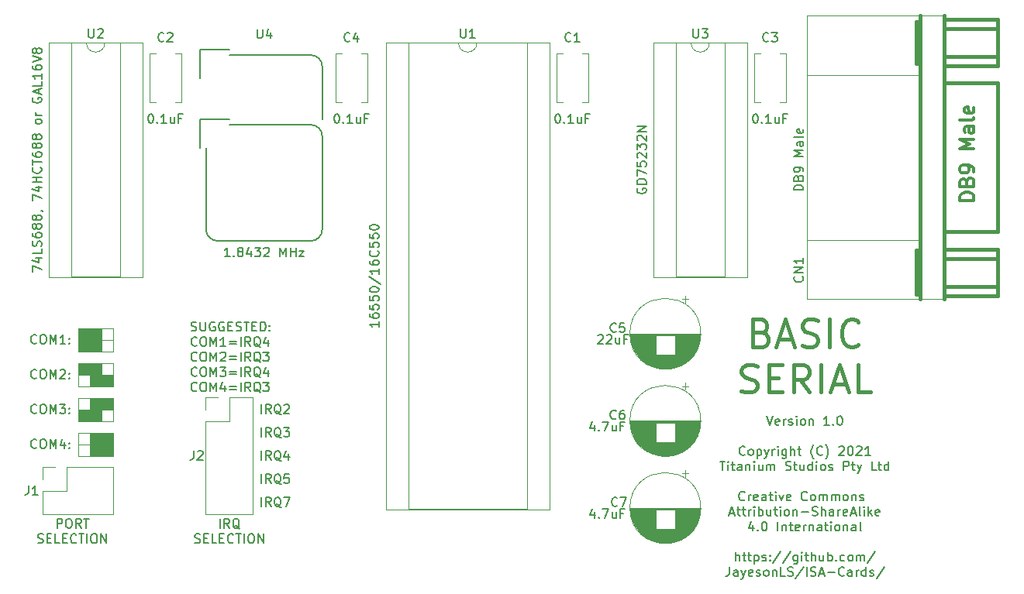
<source format=gto>
%TF.GenerationSoftware,KiCad,Pcbnew,(5.1.9)-1*%
%TF.CreationDate,2021-05-05T16:21:53+08:00*%
%TF.ProjectId,BasicSerial,42617369-6353-4657-9269-616c2e6b6963,rev?*%
%TF.SameCoordinates,Original*%
%TF.FileFunction,Legend,Top*%
%TF.FilePolarity,Positive*%
%FSLAX46Y46*%
G04 Gerber Fmt 4.6, Leading zero omitted, Abs format (unit mm)*
G04 Created by KiCad (PCBNEW (5.1.9)-1) date 2021-05-05 16:21:53*
%MOMM*%
%LPD*%
G01*
G04 APERTURE LIST*
%ADD10C,0.150000*%
%ADD11C,0.450000*%
%ADD12C,0.100000*%
%ADD13C,0.120000*%
%ADD14C,0.381000*%
%ADD15C,0.304800*%
G04 APERTURE END LIST*
D10*
X181864523Y-114392380D02*
X182197857Y-115392380D01*
X182531190Y-114392380D01*
X183245476Y-115344761D02*
X183150238Y-115392380D01*
X182959761Y-115392380D01*
X182864523Y-115344761D01*
X182816904Y-115249523D01*
X182816904Y-114868571D01*
X182864523Y-114773333D01*
X182959761Y-114725714D01*
X183150238Y-114725714D01*
X183245476Y-114773333D01*
X183293095Y-114868571D01*
X183293095Y-114963809D01*
X182816904Y-115059047D01*
X183721666Y-115392380D02*
X183721666Y-114725714D01*
X183721666Y-114916190D02*
X183769285Y-114820952D01*
X183816904Y-114773333D01*
X183912142Y-114725714D01*
X184007380Y-114725714D01*
X184293095Y-115344761D02*
X184388333Y-115392380D01*
X184578809Y-115392380D01*
X184674047Y-115344761D01*
X184721666Y-115249523D01*
X184721666Y-115201904D01*
X184674047Y-115106666D01*
X184578809Y-115059047D01*
X184435952Y-115059047D01*
X184340714Y-115011428D01*
X184293095Y-114916190D01*
X184293095Y-114868571D01*
X184340714Y-114773333D01*
X184435952Y-114725714D01*
X184578809Y-114725714D01*
X184674047Y-114773333D01*
X185150238Y-115392380D02*
X185150238Y-114725714D01*
X185150238Y-114392380D02*
X185102619Y-114440000D01*
X185150238Y-114487619D01*
X185197857Y-114440000D01*
X185150238Y-114392380D01*
X185150238Y-114487619D01*
X185769285Y-115392380D02*
X185674047Y-115344761D01*
X185626428Y-115297142D01*
X185578809Y-115201904D01*
X185578809Y-114916190D01*
X185626428Y-114820952D01*
X185674047Y-114773333D01*
X185769285Y-114725714D01*
X185912142Y-114725714D01*
X186007380Y-114773333D01*
X186055000Y-114820952D01*
X186102619Y-114916190D01*
X186102619Y-115201904D01*
X186055000Y-115297142D01*
X186007380Y-115344761D01*
X185912142Y-115392380D01*
X185769285Y-115392380D01*
X186531190Y-114725714D02*
X186531190Y-115392380D01*
X186531190Y-114820952D02*
X186578809Y-114773333D01*
X186674047Y-114725714D01*
X186816904Y-114725714D01*
X186912142Y-114773333D01*
X186959761Y-114868571D01*
X186959761Y-115392380D01*
X188721666Y-115392380D02*
X188150238Y-115392380D01*
X188435952Y-115392380D02*
X188435952Y-114392380D01*
X188340714Y-114535238D01*
X188245476Y-114630476D01*
X188150238Y-114678095D01*
X189150238Y-115297142D02*
X189197857Y-115344761D01*
X189150238Y-115392380D01*
X189102619Y-115344761D01*
X189150238Y-115297142D01*
X189150238Y-115392380D01*
X189816904Y-114392380D02*
X189912142Y-114392380D01*
X190007380Y-114440000D01*
X190055000Y-114487619D01*
X190102619Y-114582857D01*
X190150238Y-114773333D01*
X190150238Y-115011428D01*
X190102619Y-115201904D01*
X190055000Y-115297142D01*
X190007380Y-115344761D01*
X189912142Y-115392380D01*
X189816904Y-115392380D01*
X189721666Y-115344761D01*
X189674047Y-115297142D01*
X189626428Y-115201904D01*
X189578809Y-115011428D01*
X189578809Y-114773333D01*
X189626428Y-114582857D01*
X189674047Y-114487619D01*
X189721666Y-114440000D01*
X189816904Y-114392380D01*
X179507380Y-118597142D02*
X179459761Y-118644761D01*
X179316904Y-118692380D01*
X179221666Y-118692380D01*
X179078809Y-118644761D01*
X178983571Y-118549523D01*
X178935952Y-118454285D01*
X178888333Y-118263809D01*
X178888333Y-118120952D01*
X178935952Y-117930476D01*
X178983571Y-117835238D01*
X179078809Y-117740000D01*
X179221666Y-117692380D01*
X179316904Y-117692380D01*
X179459761Y-117740000D01*
X179507380Y-117787619D01*
X180078809Y-118692380D02*
X179983571Y-118644761D01*
X179935952Y-118597142D01*
X179888333Y-118501904D01*
X179888333Y-118216190D01*
X179935952Y-118120952D01*
X179983571Y-118073333D01*
X180078809Y-118025714D01*
X180221666Y-118025714D01*
X180316904Y-118073333D01*
X180364523Y-118120952D01*
X180412142Y-118216190D01*
X180412142Y-118501904D01*
X180364523Y-118597142D01*
X180316904Y-118644761D01*
X180221666Y-118692380D01*
X180078809Y-118692380D01*
X180840714Y-118025714D02*
X180840714Y-119025714D01*
X180840714Y-118073333D02*
X180935952Y-118025714D01*
X181126428Y-118025714D01*
X181221666Y-118073333D01*
X181269285Y-118120952D01*
X181316904Y-118216190D01*
X181316904Y-118501904D01*
X181269285Y-118597142D01*
X181221666Y-118644761D01*
X181126428Y-118692380D01*
X180935952Y-118692380D01*
X180840714Y-118644761D01*
X181650238Y-118025714D02*
X181888333Y-118692380D01*
X182126428Y-118025714D02*
X181888333Y-118692380D01*
X181793095Y-118930476D01*
X181745476Y-118978095D01*
X181650238Y-119025714D01*
X182507380Y-118692380D02*
X182507380Y-118025714D01*
X182507380Y-118216190D02*
X182555000Y-118120952D01*
X182602619Y-118073333D01*
X182697857Y-118025714D01*
X182793095Y-118025714D01*
X183126428Y-118692380D02*
X183126428Y-118025714D01*
X183126428Y-117692380D02*
X183078809Y-117740000D01*
X183126428Y-117787619D01*
X183174047Y-117740000D01*
X183126428Y-117692380D01*
X183126428Y-117787619D01*
X184031190Y-118025714D02*
X184031190Y-118835238D01*
X183983571Y-118930476D01*
X183935952Y-118978095D01*
X183840714Y-119025714D01*
X183697857Y-119025714D01*
X183602619Y-118978095D01*
X184031190Y-118644761D02*
X183935952Y-118692380D01*
X183745476Y-118692380D01*
X183650238Y-118644761D01*
X183602619Y-118597142D01*
X183555000Y-118501904D01*
X183555000Y-118216190D01*
X183602619Y-118120952D01*
X183650238Y-118073333D01*
X183745476Y-118025714D01*
X183935952Y-118025714D01*
X184031190Y-118073333D01*
X184507380Y-118692380D02*
X184507380Y-117692380D01*
X184935952Y-118692380D02*
X184935952Y-118168571D01*
X184888333Y-118073333D01*
X184793095Y-118025714D01*
X184650238Y-118025714D01*
X184555000Y-118073333D01*
X184507380Y-118120952D01*
X185269285Y-118025714D02*
X185650238Y-118025714D01*
X185412142Y-117692380D02*
X185412142Y-118549523D01*
X185459761Y-118644761D01*
X185555000Y-118692380D01*
X185650238Y-118692380D01*
X187031190Y-119073333D02*
X186983571Y-119025714D01*
X186888333Y-118882857D01*
X186840714Y-118787619D01*
X186793095Y-118644761D01*
X186745476Y-118406666D01*
X186745476Y-118216190D01*
X186793095Y-117978095D01*
X186840714Y-117835238D01*
X186888333Y-117740000D01*
X186983571Y-117597142D01*
X187031190Y-117549523D01*
X187983571Y-118597142D02*
X187935952Y-118644761D01*
X187793095Y-118692380D01*
X187697857Y-118692380D01*
X187555000Y-118644761D01*
X187459761Y-118549523D01*
X187412142Y-118454285D01*
X187364523Y-118263809D01*
X187364523Y-118120952D01*
X187412142Y-117930476D01*
X187459761Y-117835238D01*
X187555000Y-117740000D01*
X187697857Y-117692380D01*
X187793095Y-117692380D01*
X187935952Y-117740000D01*
X187983571Y-117787619D01*
X188316904Y-119073333D02*
X188364523Y-119025714D01*
X188459761Y-118882857D01*
X188507380Y-118787619D01*
X188555000Y-118644761D01*
X188602619Y-118406666D01*
X188602619Y-118216190D01*
X188555000Y-117978095D01*
X188507380Y-117835238D01*
X188459761Y-117740000D01*
X188364523Y-117597142D01*
X188316904Y-117549523D01*
X189793095Y-117787619D02*
X189840714Y-117740000D01*
X189935952Y-117692380D01*
X190174047Y-117692380D01*
X190269285Y-117740000D01*
X190316904Y-117787619D01*
X190364523Y-117882857D01*
X190364523Y-117978095D01*
X190316904Y-118120952D01*
X189745476Y-118692380D01*
X190364523Y-118692380D01*
X190983571Y-117692380D02*
X191078809Y-117692380D01*
X191174047Y-117740000D01*
X191221666Y-117787619D01*
X191269285Y-117882857D01*
X191316904Y-118073333D01*
X191316904Y-118311428D01*
X191269285Y-118501904D01*
X191221666Y-118597142D01*
X191174047Y-118644761D01*
X191078809Y-118692380D01*
X190983571Y-118692380D01*
X190888333Y-118644761D01*
X190840714Y-118597142D01*
X190793095Y-118501904D01*
X190745476Y-118311428D01*
X190745476Y-118073333D01*
X190793095Y-117882857D01*
X190840714Y-117787619D01*
X190888333Y-117740000D01*
X190983571Y-117692380D01*
X191697857Y-117787619D02*
X191745476Y-117740000D01*
X191840714Y-117692380D01*
X192078809Y-117692380D01*
X192174047Y-117740000D01*
X192221666Y-117787619D01*
X192269285Y-117882857D01*
X192269285Y-117978095D01*
X192221666Y-118120952D01*
X191650238Y-118692380D01*
X192269285Y-118692380D01*
X193221666Y-118692380D02*
X192650238Y-118692380D01*
X192935952Y-118692380D02*
X192935952Y-117692380D01*
X192840714Y-117835238D01*
X192745476Y-117930476D01*
X192650238Y-117978095D01*
X176769285Y-119342380D02*
X177340714Y-119342380D01*
X177055000Y-120342380D02*
X177055000Y-119342380D01*
X177674047Y-120342380D02*
X177674047Y-119675714D01*
X177674047Y-119342380D02*
X177626428Y-119390000D01*
X177674047Y-119437619D01*
X177721666Y-119390000D01*
X177674047Y-119342380D01*
X177674047Y-119437619D01*
X178007380Y-119675714D02*
X178388333Y-119675714D01*
X178150238Y-119342380D02*
X178150238Y-120199523D01*
X178197857Y-120294761D01*
X178293095Y-120342380D01*
X178388333Y-120342380D01*
X179150238Y-120342380D02*
X179150238Y-119818571D01*
X179102619Y-119723333D01*
X179007380Y-119675714D01*
X178816904Y-119675714D01*
X178721666Y-119723333D01*
X179150238Y-120294761D02*
X179055000Y-120342380D01*
X178816904Y-120342380D01*
X178721666Y-120294761D01*
X178674047Y-120199523D01*
X178674047Y-120104285D01*
X178721666Y-120009047D01*
X178816904Y-119961428D01*
X179055000Y-119961428D01*
X179150238Y-119913809D01*
X179626428Y-119675714D02*
X179626428Y-120342380D01*
X179626428Y-119770952D02*
X179674047Y-119723333D01*
X179769285Y-119675714D01*
X179912142Y-119675714D01*
X180007380Y-119723333D01*
X180055000Y-119818571D01*
X180055000Y-120342380D01*
X180531190Y-120342380D02*
X180531190Y-119675714D01*
X180531190Y-119342380D02*
X180483571Y-119390000D01*
X180531190Y-119437619D01*
X180578809Y-119390000D01*
X180531190Y-119342380D01*
X180531190Y-119437619D01*
X181435952Y-119675714D02*
X181435952Y-120342380D01*
X181007380Y-119675714D02*
X181007380Y-120199523D01*
X181055000Y-120294761D01*
X181150238Y-120342380D01*
X181293095Y-120342380D01*
X181388333Y-120294761D01*
X181435952Y-120247142D01*
X181912142Y-120342380D02*
X181912142Y-119675714D01*
X181912142Y-119770952D02*
X181959761Y-119723333D01*
X182055000Y-119675714D01*
X182197857Y-119675714D01*
X182293095Y-119723333D01*
X182340714Y-119818571D01*
X182340714Y-120342380D01*
X182340714Y-119818571D02*
X182388333Y-119723333D01*
X182483571Y-119675714D01*
X182626428Y-119675714D01*
X182721666Y-119723333D01*
X182769285Y-119818571D01*
X182769285Y-120342380D01*
X183959761Y-120294761D02*
X184102619Y-120342380D01*
X184340714Y-120342380D01*
X184435952Y-120294761D01*
X184483571Y-120247142D01*
X184531190Y-120151904D01*
X184531190Y-120056666D01*
X184483571Y-119961428D01*
X184435952Y-119913809D01*
X184340714Y-119866190D01*
X184150238Y-119818571D01*
X184055000Y-119770952D01*
X184007380Y-119723333D01*
X183959761Y-119628095D01*
X183959761Y-119532857D01*
X184007380Y-119437619D01*
X184055000Y-119390000D01*
X184150238Y-119342380D01*
X184388333Y-119342380D01*
X184531190Y-119390000D01*
X184816904Y-119675714D02*
X185197857Y-119675714D01*
X184959761Y-119342380D02*
X184959761Y-120199523D01*
X185007380Y-120294761D01*
X185102619Y-120342380D01*
X185197857Y-120342380D01*
X185959761Y-119675714D02*
X185959761Y-120342380D01*
X185531190Y-119675714D02*
X185531190Y-120199523D01*
X185578809Y-120294761D01*
X185674047Y-120342380D01*
X185816904Y-120342380D01*
X185912142Y-120294761D01*
X185959761Y-120247142D01*
X186864523Y-120342380D02*
X186864523Y-119342380D01*
X186864523Y-120294761D02*
X186769285Y-120342380D01*
X186578809Y-120342380D01*
X186483571Y-120294761D01*
X186435952Y-120247142D01*
X186388333Y-120151904D01*
X186388333Y-119866190D01*
X186435952Y-119770952D01*
X186483571Y-119723333D01*
X186578809Y-119675714D01*
X186769285Y-119675714D01*
X186864523Y-119723333D01*
X187340714Y-120342380D02*
X187340714Y-119675714D01*
X187340714Y-119342380D02*
X187293095Y-119390000D01*
X187340714Y-119437619D01*
X187388333Y-119390000D01*
X187340714Y-119342380D01*
X187340714Y-119437619D01*
X187959761Y-120342380D02*
X187864523Y-120294761D01*
X187816904Y-120247142D01*
X187769285Y-120151904D01*
X187769285Y-119866190D01*
X187816904Y-119770952D01*
X187864523Y-119723333D01*
X187959761Y-119675714D01*
X188102619Y-119675714D01*
X188197857Y-119723333D01*
X188245476Y-119770952D01*
X188293095Y-119866190D01*
X188293095Y-120151904D01*
X188245476Y-120247142D01*
X188197857Y-120294761D01*
X188102619Y-120342380D01*
X187959761Y-120342380D01*
X188674047Y-120294761D02*
X188769285Y-120342380D01*
X188959761Y-120342380D01*
X189055000Y-120294761D01*
X189102619Y-120199523D01*
X189102619Y-120151904D01*
X189055000Y-120056666D01*
X188959761Y-120009047D01*
X188816904Y-120009047D01*
X188721666Y-119961428D01*
X188674047Y-119866190D01*
X188674047Y-119818571D01*
X188721666Y-119723333D01*
X188816904Y-119675714D01*
X188959761Y-119675714D01*
X189055000Y-119723333D01*
X190293095Y-120342380D02*
X190293095Y-119342380D01*
X190674047Y-119342380D01*
X190769285Y-119390000D01*
X190816904Y-119437619D01*
X190864523Y-119532857D01*
X190864523Y-119675714D01*
X190816904Y-119770952D01*
X190769285Y-119818571D01*
X190674047Y-119866190D01*
X190293095Y-119866190D01*
X191150238Y-119675714D02*
X191531190Y-119675714D01*
X191293095Y-119342380D02*
X191293095Y-120199523D01*
X191340714Y-120294761D01*
X191435952Y-120342380D01*
X191531190Y-120342380D01*
X191769285Y-119675714D02*
X192007380Y-120342380D01*
X192245476Y-119675714D02*
X192007380Y-120342380D01*
X191912142Y-120580476D01*
X191864523Y-120628095D01*
X191769285Y-120675714D01*
X193864523Y-120342380D02*
X193388333Y-120342380D01*
X193388333Y-119342380D01*
X194055000Y-119675714D02*
X194435952Y-119675714D01*
X194197857Y-119342380D02*
X194197857Y-120199523D01*
X194245476Y-120294761D01*
X194340714Y-120342380D01*
X194435952Y-120342380D01*
X195197857Y-120342380D02*
X195197857Y-119342380D01*
X195197857Y-120294761D02*
X195102619Y-120342380D01*
X194912142Y-120342380D01*
X194816904Y-120294761D01*
X194769285Y-120247142D01*
X194721666Y-120151904D01*
X194721666Y-119866190D01*
X194769285Y-119770952D01*
X194816904Y-119723333D01*
X194912142Y-119675714D01*
X195102619Y-119675714D01*
X195197857Y-119723333D01*
X179483571Y-123547142D02*
X179435952Y-123594761D01*
X179293095Y-123642380D01*
X179197857Y-123642380D01*
X179055000Y-123594761D01*
X178959761Y-123499523D01*
X178912142Y-123404285D01*
X178864523Y-123213809D01*
X178864523Y-123070952D01*
X178912142Y-122880476D01*
X178959761Y-122785238D01*
X179055000Y-122690000D01*
X179197857Y-122642380D01*
X179293095Y-122642380D01*
X179435952Y-122690000D01*
X179483571Y-122737619D01*
X179912142Y-123642380D02*
X179912142Y-122975714D01*
X179912142Y-123166190D02*
X179959761Y-123070952D01*
X180007380Y-123023333D01*
X180102619Y-122975714D01*
X180197857Y-122975714D01*
X180912142Y-123594761D02*
X180816904Y-123642380D01*
X180626428Y-123642380D01*
X180531190Y-123594761D01*
X180483571Y-123499523D01*
X180483571Y-123118571D01*
X180531190Y-123023333D01*
X180626428Y-122975714D01*
X180816904Y-122975714D01*
X180912142Y-123023333D01*
X180959761Y-123118571D01*
X180959761Y-123213809D01*
X180483571Y-123309047D01*
X181816904Y-123642380D02*
X181816904Y-123118571D01*
X181769285Y-123023333D01*
X181674047Y-122975714D01*
X181483571Y-122975714D01*
X181388333Y-123023333D01*
X181816904Y-123594761D02*
X181721666Y-123642380D01*
X181483571Y-123642380D01*
X181388333Y-123594761D01*
X181340714Y-123499523D01*
X181340714Y-123404285D01*
X181388333Y-123309047D01*
X181483571Y-123261428D01*
X181721666Y-123261428D01*
X181816904Y-123213809D01*
X182150238Y-122975714D02*
X182531190Y-122975714D01*
X182293095Y-122642380D02*
X182293095Y-123499523D01*
X182340714Y-123594761D01*
X182435952Y-123642380D01*
X182531190Y-123642380D01*
X182864523Y-123642380D02*
X182864523Y-122975714D01*
X182864523Y-122642380D02*
X182816904Y-122690000D01*
X182864523Y-122737619D01*
X182912142Y-122690000D01*
X182864523Y-122642380D01*
X182864523Y-122737619D01*
X183245476Y-122975714D02*
X183483571Y-123642380D01*
X183721666Y-122975714D01*
X184483571Y-123594761D02*
X184388333Y-123642380D01*
X184197857Y-123642380D01*
X184102619Y-123594761D01*
X184055000Y-123499523D01*
X184055000Y-123118571D01*
X184102619Y-123023333D01*
X184197857Y-122975714D01*
X184388333Y-122975714D01*
X184483571Y-123023333D01*
X184531190Y-123118571D01*
X184531190Y-123213809D01*
X184055000Y-123309047D01*
X186293095Y-123547142D02*
X186245476Y-123594761D01*
X186102619Y-123642380D01*
X186007380Y-123642380D01*
X185864523Y-123594761D01*
X185769285Y-123499523D01*
X185721666Y-123404285D01*
X185674047Y-123213809D01*
X185674047Y-123070952D01*
X185721666Y-122880476D01*
X185769285Y-122785238D01*
X185864523Y-122690000D01*
X186007380Y-122642380D01*
X186102619Y-122642380D01*
X186245476Y-122690000D01*
X186293095Y-122737619D01*
X186864523Y-123642380D02*
X186769285Y-123594761D01*
X186721666Y-123547142D01*
X186674047Y-123451904D01*
X186674047Y-123166190D01*
X186721666Y-123070952D01*
X186769285Y-123023333D01*
X186864523Y-122975714D01*
X187007380Y-122975714D01*
X187102619Y-123023333D01*
X187150238Y-123070952D01*
X187197857Y-123166190D01*
X187197857Y-123451904D01*
X187150238Y-123547142D01*
X187102619Y-123594761D01*
X187007380Y-123642380D01*
X186864523Y-123642380D01*
X187626428Y-123642380D02*
X187626428Y-122975714D01*
X187626428Y-123070952D02*
X187674047Y-123023333D01*
X187769285Y-122975714D01*
X187912142Y-122975714D01*
X188007380Y-123023333D01*
X188055000Y-123118571D01*
X188055000Y-123642380D01*
X188055000Y-123118571D02*
X188102619Y-123023333D01*
X188197857Y-122975714D01*
X188340714Y-122975714D01*
X188435952Y-123023333D01*
X188483571Y-123118571D01*
X188483571Y-123642380D01*
X188959761Y-123642380D02*
X188959761Y-122975714D01*
X188959761Y-123070952D02*
X189007380Y-123023333D01*
X189102619Y-122975714D01*
X189245476Y-122975714D01*
X189340714Y-123023333D01*
X189388333Y-123118571D01*
X189388333Y-123642380D01*
X189388333Y-123118571D02*
X189435952Y-123023333D01*
X189531190Y-122975714D01*
X189674047Y-122975714D01*
X189769285Y-123023333D01*
X189816904Y-123118571D01*
X189816904Y-123642380D01*
X190435952Y-123642380D02*
X190340714Y-123594761D01*
X190293095Y-123547142D01*
X190245476Y-123451904D01*
X190245476Y-123166190D01*
X190293095Y-123070952D01*
X190340714Y-123023333D01*
X190435952Y-122975714D01*
X190578809Y-122975714D01*
X190674047Y-123023333D01*
X190721666Y-123070952D01*
X190769285Y-123166190D01*
X190769285Y-123451904D01*
X190721666Y-123547142D01*
X190674047Y-123594761D01*
X190578809Y-123642380D01*
X190435952Y-123642380D01*
X191197857Y-122975714D02*
X191197857Y-123642380D01*
X191197857Y-123070952D02*
X191245476Y-123023333D01*
X191340714Y-122975714D01*
X191483571Y-122975714D01*
X191578809Y-123023333D01*
X191626428Y-123118571D01*
X191626428Y-123642380D01*
X192055000Y-123594761D02*
X192150238Y-123642380D01*
X192340714Y-123642380D01*
X192435952Y-123594761D01*
X192483571Y-123499523D01*
X192483571Y-123451904D01*
X192435952Y-123356666D01*
X192340714Y-123309047D01*
X192197857Y-123309047D01*
X192102619Y-123261428D01*
X192055000Y-123166190D01*
X192055000Y-123118571D01*
X192102619Y-123023333D01*
X192197857Y-122975714D01*
X192340714Y-122975714D01*
X192435952Y-123023333D01*
X177864523Y-125006666D02*
X178340714Y-125006666D01*
X177769285Y-125292380D02*
X178102619Y-124292380D01*
X178435952Y-125292380D01*
X178626428Y-124625714D02*
X179007380Y-124625714D01*
X178769285Y-124292380D02*
X178769285Y-125149523D01*
X178816904Y-125244761D01*
X178912142Y-125292380D01*
X179007380Y-125292380D01*
X179197857Y-124625714D02*
X179578809Y-124625714D01*
X179340714Y-124292380D02*
X179340714Y-125149523D01*
X179388333Y-125244761D01*
X179483571Y-125292380D01*
X179578809Y-125292380D01*
X179912142Y-125292380D02*
X179912142Y-124625714D01*
X179912142Y-124816190D02*
X179959761Y-124720952D01*
X180007380Y-124673333D01*
X180102619Y-124625714D01*
X180197857Y-124625714D01*
X180531190Y-125292380D02*
X180531190Y-124625714D01*
X180531190Y-124292380D02*
X180483571Y-124340000D01*
X180531190Y-124387619D01*
X180578809Y-124340000D01*
X180531190Y-124292380D01*
X180531190Y-124387619D01*
X181007380Y-125292380D02*
X181007380Y-124292380D01*
X181007380Y-124673333D02*
X181102619Y-124625714D01*
X181293095Y-124625714D01*
X181388333Y-124673333D01*
X181435952Y-124720952D01*
X181483571Y-124816190D01*
X181483571Y-125101904D01*
X181435952Y-125197142D01*
X181388333Y-125244761D01*
X181293095Y-125292380D01*
X181102619Y-125292380D01*
X181007380Y-125244761D01*
X182340714Y-124625714D02*
X182340714Y-125292380D01*
X181912142Y-124625714D02*
X181912142Y-125149523D01*
X181959761Y-125244761D01*
X182055000Y-125292380D01*
X182197857Y-125292380D01*
X182293095Y-125244761D01*
X182340714Y-125197142D01*
X182674047Y-124625714D02*
X183055000Y-124625714D01*
X182816904Y-124292380D02*
X182816904Y-125149523D01*
X182864523Y-125244761D01*
X182959761Y-125292380D01*
X183055000Y-125292380D01*
X183388333Y-125292380D02*
X183388333Y-124625714D01*
X183388333Y-124292380D02*
X183340714Y-124340000D01*
X183388333Y-124387619D01*
X183435952Y-124340000D01*
X183388333Y-124292380D01*
X183388333Y-124387619D01*
X184007380Y-125292380D02*
X183912142Y-125244761D01*
X183864523Y-125197142D01*
X183816904Y-125101904D01*
X183816904Y-124816190D01*
X183864523Y-124720952D01*
X183912142Y-124673333D01*
X184007380Y-124625714D01*
X184150238Y-124625714D01*
X184245476Y-124673333D01*
X184293095Y-124720952D01*
X184340714Y-124816190D01*
X184340714Y-125101904D01*
X184293095Y-125197142D01*
X184245476Y-125244761D01*
X184150238Y-125292380D01*
X184007380Y-125292380D01*
X184769285Y-124625714D02*
X184769285Y-125292380D01*
X184769285Y-124720952D02*
X184816904Y-124673333D01*
X184912142Y-124625714D01*
X185055000Y-124625714D01*
X185150238Y-124673333D01*
X185197857Y-124768571D01*
X185197857Y-125292380D01*
X185674047Y-124911428D02*
X186435952Y-124911428D01*
X186864523Y-125244761D02*
X187007380Y-125292380D01*
X187245476Y-125292380D01*
X187340714Y-125244761D01*
X187388333Y-125197142D01*
X187435952Y-125101904D01*
X187435952Y-125006666D01*
X187388333Y-124911428D01*
X187340714Y-124863809D01*
X187245476Y-124816190D01*
X187055000Y-124768571D01*
X186959761Y-124720952D01*
X186912142Y-124673333D01*
X186864523Y-124578095D01*
X186864523Y-124482857D01*
X186912142Y-124387619D01*
X186959761Y-124340000D01*
X187055000Y-124292380D01*
X187293095Y-124292380D01*
X187435952Y-124340000D01*
X187864523Y-125292380D02*
X187864523Y-124292380D01*
X188293095Y-125292380D02*
X188293095Y-124768571D01*
X188245476Y-124673333D01*
X188150238Y-124625714D01*
X188007380Y-124625714D01*
X187912142Y-124673333D01*
X187864523Y-124720952D01*
X189197857Y-125292380D02*
X189197857Y-124768571D01*
X189150238Y-124673333D01*
X189055000Y-124625714D01*
X188864523Y-124625714D01*
X188769285Y-124673333D01*
X189197857Y-125244761D02*
X189102619Y-125292380D01*
X188864523Y-125292380D01*
X188769285Y-125244761D01*
X188721666Y-125149523D01*
X188721666Y-125054285D01*
X188769285Y-124959047D01*
X188864523Y-124911428D01*
X189102619Y-124911428D01*
X189197857Y-124863809D01*
X189674047Y-125292380D02*
X189674047Y-124625714D01*
X189674047Y-124816190D02*
X189721666Y-124720952D01*
X189769285Y-124673333D01*
X189864523Y-124625714D01*
X189959761Y-124625714D01*
X190674047Y-125244761D02*
X190578809Y-125292380D01*
X190388333Y-125292380D01*
X190293095Y-125244761D01*
X190245476Y-125149523D01*
X190245476Y-124768571D01*
X190293095Y-124673333D01*
X190388333Y-124625714D01*
X190578809Y-124625714D01*
X190674047Y-124673333D01*
X190721666Y-124768571D01*
X190721666Y-124863809D01*
X190245476Y-124959047D01*
X191102619Y-125006666D02*
X191578809Y-125006666D01*
X191007380Y-125292380D02*
X191340714Y-124292380D01*
X191674047Y-125292380D01*
X192150238Y-125292380D02*
X192055000Y-125244761D01*
X192007380Y-125149523D01*
X192007380Y-124292380D01*
X192531190Y-125292380D02*
X192531190Y-124625714D01*
X192531190Y-124292380D02*
X192483571Y-124340000D01*
X192531190Y-124387619D01*
X192578809Y-124340000D01*
X192531190Y-124292380D01*
X192531190Y-124387619D01*
X193007380Y-125292380D02*
X193007380Y-124292380D01*
X193102619Y-124911428D02*
X193388333Y-125292380D01*
X193388333Y-124625714D02*
X193007380Y-125006666D01*
X194197857Y-125244761D02*
X194102619Y-125292380D01*
X193912142Y-125292380D01*
X193816904Y-125244761D01*
X193769285Y-125149523D01*
X193769285Y-124768571D01*
X193816904Y-124673333D01*
X193912142Y-124625714D01*
X194102619Y-124625714D01*
X194197857Y-124673333D01*
X194245476Y-124768571D01*
X194245476Y-124863809D01*
X193769285Y-124959047D01*
X180388333Y-126275714D02*
X180388333Y-126942380D01*
X180150238Y-125894761D02*
X179912142Y-126609047D01*
X180531190Y-126609047D01*
X180912142Y-126847142D02*
X180959761Y-126894761D01*
X180912142Y-126942380D01*
X180864523Y-126894761D01*
X180912142Y-126847142D01*
X180912142Y-126942380D01*
X181578809Y-125942380D02*
X181674047Y-125942380D01*
X181769285Y-125990000D01*
X181816904Y-126037619D01*
X181864523Y-126132857D01*
X181912142Y-126323333D01*
X181912142Y-126561428D01*
X181864523Y-126751904D01*
X181816904Y-126847142D01*
X181769285Y-126894761D01*
X181674047Y-126942380D01*
X181578809Y-126942380D01*
X181483571Y-126894761D01*
X181435952Y-126847142D01*
X181388333Y-126751904D01*
X181340714Y-126561428D01*
X181340714Y-126323333D01*
X181388333Y-126132857D01*
X181435952Y-126037619D01*
X181483571Y-125990000D01*
X181578809Y-125942380D01*
X183102619Y-126942380D02*
X183102619Y-125942380D01*
X183578809Y-126275714D02*
X183578809Y-126942380D01*
X183578809Y-126370952D02*
X183626428Y-126323333D01*
X183721666Y-126275714D01*
X183864523Y-126275714D01*
X183959761Y-126323333D01*
X184007380Y-126418571D01*
X184007380Y-126942380D01*
X184340714Y-126275714D02*
X184721666Y-126275714D01*
X184483571Y-125942380D02*
X184483571Y-126799523D01*
X184531190Y-126894761D01*
X184626428Y-126942380D01*
X184721666Y-126942380D01*
X185435952Y-126894761D02*
X185340714Y-126942380D01*
X185150238Y-126942380D01*
X185055000Y-126894761D01*
X185007380Y-126799523D01*
X185007380Y-126418571D01*
X185055000Y-126323333D01*
X185150238Y-126275714D01*
X185340714Y-126275714D01*
X185435952Y-126323333D01*
X185483571Y-126418571D01*
X185483571Y-126513809D01*
X185007380Y-126609047D01*
X185912142Y-126942380D02*
X185912142Y-126275714D01*
X185912142Y-126466190D02*
X185959761Y-126370952D01*
X186007380Y-126323333D01*
X186102619Y-126275714D01*
X186197857Y-126275714D01*
X186531190Y-126275714D02*
X186531190Y-126942380D01*
X186531190Y-126370952D02*
X186578809Y-126323333D01*
X186674047Y-126275714D01*
X186816904Y-126275714D01*
X186912142Y-126323333D01*
X186959761Y-126418571D01*
X186959761Y-126942380D01*
X187864523Y-126942380D02*
X187864523Y-126418571D01*
X187816904Y-126323333D01*
X187721666Y-126275714D01*
X187531190Y-126275714D01*
X187435952Y-126323333D01*
X187864523Y-126894761D02*
X187769285Y-126942380D01*
X187531190Y-126942380D01*
X187435952Y-126894761D01*
X187388333Y-126799523D01*
X187388333Y-126704285D01*
X187435952Y-126609047D01*
X187531190Y-126561428D01*
X187769285Y-126561428D01*
X187864523Y-126513809D01*
X188197857Y-126275714D02*
X188578809Y-126275714D01*
X188340714Y-125942380D02*
X188340714Y-126799523D01*
X188388333Y-126894761D01*
X188483571Y-126942380D01*
X188578809Y-126942380D01*
X188912142Y-126942380D02*
X188912142Y-126275714D01*
X188912142Y-125942380D02*
X188864523Y-125990000D01*
X188912142Y-126037619D01*
X188959761Y-125990000D01*
X188912142Y-125942380D01*
X188912142Y-126037619D01*
X189531190Y-126942380D02*
X189435952Y-126894761D01*
X189388333Y-126847142D01*
X189340714Y-126751904D01*
X189340714Y-126466190D01*
X189388333Y-126370952D01*
X189435952Y-126323333D01*
X189531190Y-126275714D01*
X189674047Y-126275714D01*
X189769285Y-126323333D01*
X189816904Y-126370952D01*
X189864523Y-126466190D01*
X189864523Y-126751904D01*
X189816904Y-126847142D01*
X189769285Y-126894761D01*
X189674047Y-126942380D01*
X189531190Y-126942380D01*
X190293095Y-126275714D02*
X190293095Y-126942380D01*
X190293095Y-126370952D02*
X190340714Y-126323333D01*
X190435952Y-126275714D01*
X190578809Y-126275714D01*
X190674047Y-126323333D01*
X190721666Y-126418571D01*
X190721666Y-126942380D01*
X191626428Y-126942380D02*
X191626428Y-126418571D01*
X191578809Y-126323333D01*
X191483571Y-126275714D01*
X191293095Y-126275714D01*
X191197857Y-126323333D01*
X191626428Y-126894761D02*
X191531190Y-126942380D01*
X191293095Y-126942380D01*
X191197857Y-126894761D01*
X191150238Y-126799523D01*
X191150238Y-126704285D01*
X191197857Y-126609047D01*
X191293095Y-126561428D01*
X191531190Y-126561428D01*
X191626428Y-126513809D01*
X192245476Y-126942380D02*
X192150238Y-126894761D01*
X192102619Y-126799523D01*
X192102619Y-125942380D01*
X178483571Y-130242380D02*
X178483571Y-129242380D01*
X178912142Y-130242380D02*
X178912142Y-129718571D01*
X178864523Y-129623333D01*
X178769285Y-129575714D01*
X178626428Y-129575714D01*
X178531190Y-129623333D01*
X178483571Y-129670952D01*
X179245476Y-129575714D02*
X179626428Y-129575714D01*
X179388333Y-129242380D02*
X179388333Y-130099523D01*
X179435952Y-130194761D01*
X179531190Y-130242380D01*
X179626428Y-130242380D01*
X179816904Y-129575714D02*
X180197857Y-129575714D01*
X179959761Y-129242380D02*
X179959761Y-130099523D01*
X180007380Y-130194761D01*
X180102619Y-130242380D01*
X180197857Y-130242380D01*
X180531190Y-129575714D02*
X180531190Y-130575714D01*
X180531190Y-129623333D02*
X180626428Y-129575714D01*
X180816904Y-129575714D01*
X180912142Y-129623333D01*
X180959761Y-129670952D01*
X181007380Y-129766190D01*
X181007380Y-130051904D01*
X180959761Y-130147142D01*
X180912142Y-130194761D01*
X180816904Y-130242380D01*
X180626428Y-130242380D01*
X180531190Y-130194761D01*
X181388333Y-130194761D02*
X181483571Y-130242380D01*
X181674047Y-130242380D01*
X181769285Y-130194761D01*
X181816904Y-130099523D01*
X181816904Y-130051904D01*
X181769285Y-129956666D01*
X181674047Y-129909047D01*
X181531190Y-129909047D01*
X181435952Y-129861428D01*
X181388333Y-129766190D01*
X181388333Y-129718571D01*
X181435952Y-129623333D01*
X181531190Y-129575714D01*
X181674047Y-129575714D01*
X181769285Y-129623333D01*
X182245476Y-130147142D02*
X182293095Y-130194761D01*
X182245476Y-130242380D01*
X182197857Y-130194761D01*
X182245476Y-130147142D01*
X182245476Y-130242380D01*
X182245476Y-129623333D02*
X182293095Y-129670952D01*
X182245476Y-129718571D01*
X182197857Y-129670952D01*
X182245476Y-129623333D01*
X182245476Y-129718571D01*
X183435952Y-129194761D02*
X182578809Y-130480476D01*
X184483571Y-129194761D02*
X183626428Y-130480476D01*
X185245476Y-129575714D02*
X185245476Y-130385238D01*
X185197857Y-130480476D01*
X185150238Y-130528095D01*
X185055000Y-130575714D01*
X184912142Y-130575714D01*
X184816904Y-130528095D01*
X185245476Y-130194761D02*
X185150238Y-130242380D01*
X184959761Y-130242380D01*
X184864523Y-130194761D01*
X184816904Y-130147142D01*
X184769285Y-130051904D01*
X184769285Y-129766190D01*
X184816904Y-129670952D01*
X184864523Y-129623333D01*
X184959761Y-129575714D01*
X185150238Y-129575714D01*
X185245476Y-129623333D01*
X185721666Y-130242380D02*
X185721666Y-129575714D01*
X185721666Y-129242380D02*
X185674047Y-129290000D01*
X185721666Y-129337619D01*
X185769285Y-129290000D01*
X185721666Y-129242380D01*
X185721666Y-129337619D01*
X186055000Y-129575714D02*
X186435952Y-129575714D01*
X186197857Y-129242380D02*
X186197857Y-130099523D01*
X186245476Y-130194761D01*
X186340714Y-130242380D01*
X186435952Y-130242380D01*
X186769285Y-130242380D02*
X186769285Y-129242380D01*
X187197857Y-130242380D02*
X187197857Y-129718571D01*
X187150238Y-129623333D01*
X187055000Y-129575714D01*
X186912142Y-129575714D01*
X186816904Y-129623333D01*
X186769285Y-129670952D01*
X188102619Y-129575714D02*
X188102619Y-130242380D01*
X187674047Y-129575714D02*
X187674047Y-130099523D01*
X187721666Y-130194761D01*
X187816904Y-130242380D01*
X187959761Y-130242380D01*
X188055000Y-130194761D01*
X188102619Y-130147142D01*
X188578809Y-130242380D02*
X188578809Y-129242380D01*
X188578809Y-129623333D02*
X188674047Y-129575714D01*
X188864523Y-129575714D01*
X188959761Y-129623333D01*
X189007380Y-129670952D01*
X189055000Y-129766190D01*
X189055000Y-130051904D01*
X189007380Y-130147142D01*
X188959761Y-130194761D01*
X188864523Y-130242380D01*
X188674047Y-130242380D01*
X188578809Y-130194761D01*
X189483571Y-130147142D02*
X189531190Y-130194761D01*
X189483571Y-130242380D01*
X189435952Y-130194761D01*
X189483571Y-130147142D01*
X189483571Y-130242380D01*
X190388333Y-130194761D02*
X190293095Y-130242380D01*
X190102619Y-130242380D01*
X190007380Y-130194761D01*
X189959761Y-130147142D01*
X189912142Y-130051904D01*
X189912142Y-129766190D01*
X189959761Y-129670952D01*
X190007380Y-129623333D01*
X190102619Y-129575714D01*
X190293095Y-129575714D01*
X190388333Y-129623333D01*
X190959761Y-130242380D02*
X190864523Y-130194761D01*
X190816904Y-130147142D01*
X190769285Y-130051904D01*
X190769285Y-129766190D01*
X190816904Y-129670952D01*
X190864523Y-129623333D01*
X190959761Y-129575714D01*
X191102619Y-129575714D01*
X191197857Y-129623333D01*
X191245476Y-129670952D01*
X191293095Y-129766190D01*
X191293095Y-130051904D01*
X191245476Y-130147142D01*
X191197857Y-130194761D01*
X191102619Y-130242380D01*
X190959761Y-130242380D01*
X191721666Y-130242380D02*
X191721666Y-129575714D01*
X191721666Y-129670952D02*
X191769285Y-129623333D01*
X191864523Y-129575714D01*
X192007380Y-129575714D01*
X192102619Y-129623333D01*
X192150238Y-129718571D01*
X192150238Y-130242380D01*
X192150238Y-129718571D02*
X192197857Y-129623333D01*
X192293095Y-129575714D01*
X192435952Y-129575714D01*
X192531190Y-129623333D01*
X192578809Y-129718571D01*
X192578809Y-130242380D01*
X193769285Y-129194761D02*
X192912142Y-130480476D01*
X177816904Y-130892380D02*
X177816904Y-131606666D01*
X177769285Y-131749523D01*
X177674047Y-131844761D01*
X177531190Y-131892380D01*
X177435952Y-131892380D01*
X178721666Y-131892380D02*
X178721666Y-131368571D01*
X178674047Y-131273333D01*
X178578809Y-131225714D01*
X178388333Y-131225714D01*
X178293095Y-131273333D01*
X178721666Y-131844761D02*
X178626428Y-131892380D01*
X178388333Y-131892380D01*
X178293095Y-131844761D01*
X178245476Y-131749523D01*
X178245476Y-131654285D01*
X178293095Y-131559047D01*
X178388333Y-131511428D01*
X178626428Y-131511428D01*
X178721666Y-131463809D01*
X179102619Y-131225714D02*
X179340714Y-131892380D01*
X179578809Y-131225714D02*
X179340714Y-131892380D01*
X179245476Y-132130476D01*
X179197857Y-132178095D01*
X179102619Y-132225714D01*
X180340714Y-131844761D02*
X180245476Y-131892380D01*
X180055000Y-131892380D01*
X179959761Y-131844761D01*
X179912142Y-131749523D01*
X179912142Y-131368571D01*
X179959761Y-131273333D01*
X180055000Y-131225714D01*
X180245476Y-131225714D01*
X180340714Y-131273333D01*
X180388333Y-131368571D01*
X180388333Y-131463809D01*
X179912142Y-131559047D01*
X180769285Y-131844761D02*
X180864523Y-131892380D01*
X181055000Y-131892380D01*
X181150238Y-131844761D01*
X181197857Y-131749523D01*
X181197857Y-131701904D01*
X181150238Y-131606666D01*
X181055000Y-131559047D01*
X180912142Y-131559047D01*
X180816904Y-131511428D01*
X180769285Y-131416190D01*
X180769285Y-131368571D01*
X180816904Y-131273333D01*
X180912142Y-131225714D01*
X181055000Y-131225714D01*
X181150238Y-131273333D01*
X181769285Y-131892380D02*
X181674047Y-131844761D01*
X181626428Y-131797142D01*
X181578809Y-131701904D01*
X181578809Y-131416190D01*
X181626428Y-131320952D01*
X181674047Y-131273333D01*
X181769285Y-131225714D01*
X181912142Y-131225714D01*
X182007380Y-131273333D01*
X182055000Y-131320952D01*
X182102619Y-131416190D01*
X182102619Y-131701904D01*
X182055000Y-131797142D01*
X182007380Y-131844761D01*
X181912142Y-131892380D01*
X181769285Y-131892380D01*
X182531190Y-131225714D02*
X182531190Y-131892380D01*
X182531190Y-131320952D02*
X182578809Y-131273333D01*
X182674047Y-131225714D01*
X182816904Y-131225714D01*
X182912142Y-131273333D01*
X182959761Y-131368571D01*
X182959761Y-131892380D01*
X183912142Y-131892380D02*
X183435952Y-131892380D01*
X183435952Y-130892380D01*
X184197857Y-131844761D02*
X184340714Y-131892380D01*
X184578809Y-131892380D01*
X184674047Y-131844761D01*
X184721666Y-131797142D01*
X184769285Y-131701904D01*
X184769285Y-131606666D01*
X184721666Y-131511428D01*
X184674047Y-131463809D01*
X184578809Y-131416190D01*
X184388333Y-131368571D01*
X184293095Y-131320952D01*
X184245476Y-131273333D01*
X184197857Y-131178095D01*
X184197857Y-131082857D01*
X184245476Y-130987619D01*
X184293095Y-130940000D01*
X184388333Y-130892380D01*
X184626428Y-130892380D01*
X184769285Y-130940000D01*
X185912142Y-130844761D02*
X185055000Y-132130476D01*
X186245476Y-131892380D02*
X186245476Y-130892380D01*
X186674047Y-131844761D02*
X186816904Y-131892380D01*
X187055000Y-131892380D01*
X187150238Y-131844761D01*
X187197857Y-131797142D01*
X187245476Y-131701904D01*
X187245476Y-131606666D01*
X187197857Y-131511428D01*
X187150238Y-131463809D01*
X187055000Y-131416190D01*
X186864523Y-131368571D01*
X186769285Y-131320952D01*
X186721666Y-131273333D01*
X186674047Y-131178095D01*
X186674047Y-131082857D01*
X186721666Y-130987619D01*
X186769285Y-130940000D01*
X186864523Y-130892380D01*
X187102619Y-130892380D01*
X187245476Y-130940000D01*
X187626428Y-131606666D02*
X188102619Y-131606666D01*
X187531190Y-131892380D02*
X187864523Y-130892380D01*
X188197857Y-131892380D01*
X188531190Y-131511428D02*
X189293095Y-131511428D01*
X190340714Y-131797142D02*
X190293095Y-131844761D01*
X190150238Y-131892380D01*
X190055000Y-131892380D01*
X189912142Y-131844761D01*
X189816904Y-131749523D01*
X189769285Y-131654285D01*
X189721666Y-131463809D01*
X189721666Y-131320952D01*
X189769285Y-131130476D01*
X189816904Y-131035238D01*
X189912142Y-130940000D01*
X190055000Y-130892380D01*
X190150238Y-130892380D01*
X190293095Y-130940000D01*
X190340714Y-130987619D01*
X191197857Y-131892380D02*
X191197857Y-131368571D01*
X191150238Y-131273333D01*
X191055000Y-131225714D01*
X190864523Y-131225714D01*
X190769285Y-131273333D01*
X191197857Y-131844761D02*
X191102619Y-131892380D01*
X190864523Y-131892380D01*
X190769285Y-131844761D01*
X190721666Y-131749523D01*
X190721666Y-131654285D01*
X190769285Y-131559047D01*
X190864523Y-131511428D01*
X191102619Y-131511428D01*
X191197857Y-131463809D01*
X191674047Y-131892380D02*
X191674047Y-131225714D01*
X191674047Y-131416190D02*
X191721666Y-131320952D01*
X191769285Y-131273333D01*
X191864523Y-131225714D01*
X191959761Y-131225714D01*
X192721666Y-131892380D02*
X192721666Y-130892380D01*
X192721666Y-131844761D02*
X192626428Y-131892380D01*
X192435952Y-131892380D01*
X192340714Y-131844761D01*
X192293095Y-131797142D01*
X192245476Y-131701904D01*
X192245476Y-131416190D01*
X192293095Y-131320952D01*
X192340714Y-131273333D01*
X192435952Y-131225714D01*
X192626428Y-131225714D01*
X192721666Y-131273333D01*
X193150238Y-131844761D02*
X193245476Y-131892380D01*
X193435952Y-131892380D01*
X193531190Y-131844761D01*
X193578809Y-131749523D01*
X193578809Y-131701904D01*
X193531190Y-131606666D01*
X193435952Y-131559047D01*
X193293095Y-131559047D01*
X193197857Y-131511428D01*
X193150238Y-131416190D01*
X193150238Y-131368571D01*
X193197857Y-131273333D01*
X193293095Y-131225714D01*
X193435952Y-131225714D01*
X193531190Y-131273333D01*
X194721666Y-130844761D02*
X193864523Y-132130476D01*
D11*
X181340714Y-105260714D02*
X181769285Y-105403571D01*
X181912142Y-105546428D01*
X182055000Y-105832142D01*
X182055000Y-106260714D01*
X181912142Y-106546428D01*
X181769285Y-106689285D01*
X181483571Y-106832142D01*
X180340714Y-106832142D01*
X180340714Y-103832142D01*
X181340714Y-103832142D01*
X181626428Y-103975000D01*
X181769285Y-104117857D01*
X181912142Y-104403571D01*
X181912142Y-104689285D01*
X181769285Y-104975000D01*
X181626428Y-105117857D01*
X181340714Y-105260714D01*
X180340714Y-105260714D01*
X183197857Y-105975000D02*
X184626428Y-105975000D01*
X182912142Y-106832142D02*
X183912142Y-103832142D01*
X184912142Y-106832142D01*
X185769285Y-106689285D02*
X186197857Y-106832142D01*
X186912142Y-106832142D01*
X187197857Y-106689285D01*
X187340714Y-106546428D01*
X187483571Y-106260714D01*
X187483571Y-105975000D01*
X187340714Y-105689285D01*
X187197857Y-105546428D01*
X186912142Y-105403571D01*
X186340714Y-105260714D01*
X186055000Y-105117857D01*
X185912142Y-104975000D01*
X185769285Y-104689285D01*
X185769285Y-104403571D01*
X185912142Y-104117857D01*
X186055000Y-103975000D01*
X186340714Y-103832142D01*
X187055000Y-103832142D01*
X187483571Y-103975000D01*
X188769285Y-106832142D02*
X188769285Y-103832142D01*
X191912142Y-106546428D02*
X191769285Y-106689285D01*
X191340714Y-106832142D01*
X191055000Y-106832142D01*
X190626428Y-106689285D01*
X190340714Y-106403571D01*
X190197857Y-106117857D01*
X190055000Y-105546428D01*
X190055000Y-105117857D01*
X190197857Y-104546428D01*
X190340714Y-104260714D01*
X190626428Y-103975000D01*
X191055000Y-103832142D01*
X191340714Y-103832142D01*
X191769285Y-103975000D01*
X191912142Y-104117857D01*
X179126428Y-111639285D02*
X179555000Y-111782142D01*
X180269285Y-111782142D01*
X180555000Y-111639285D01*
X180697857Y-111496428D01*
X180840714Y-111210714D01*
X180840714Y-110925000D01*
X180697857Y-110639285D01*
X180555000Y-110496428D01*
X180269285Y-110353571D01*
X179697857Y-110210714D01*
X179412142Y-110067857D01*
X179269285Y-109925000D01*
X179126428Y-109639285D01*
X179126428Y-109353571D01*
X179269285Y-109067857D01*
X179412142Y-108925000D01*
X179697857Y-108782142D01*
X180412142Y-108782142D01*
X180840714Y-108925000D01*
X182126428Y-110210714D02*
X183126428Y-110210714D01*
X183555000Y-111782142D02*
X182126428Y-111782142D01*
X182126428Y-108782142D01*
X183555000Y-108782142D01*
X186555000Y-111782142D02*
X185555000Y-110353571D01*
X184840714Y-111782142D02*
X184840714Y-108782142D01*
X185983571Y-108782142D01*
X186269285Y-108925000D01*
X186412142Y-109067857D01*
X186555000Y-109353571D01*
X186555000Y-109782142D01*
X186412142Y-110067857D01*
X186269285Y-110210714D01*
X185983571Y-110353571D01*
X184840714Y-110353571D01*
X187840714Y-111782142D02*
X187840714Y-108782142D01*
X189126428Y-110925000D02*
X190555000Y-110925000D01*
X188840714Y-111782142D02*
X189840714Y-108782142D01*
X190840714Y-111782142D01*
X193269285Y-111782142D02*
X191840714Y-111782142D01*
X191840714Y-108782142D01*
D12*
G36*
X110490000Y-113665000D02*
G01*
X107950000Y-113665000D01*
X107950000Y-112395000D01*
X110490000Y-112395000D01*
X110490000Y-113665000D01*
G37*
X110490000Y-113665000D02*
X107950000Y-113665000D01*
X107950000Y-112395000D01*
X110490000Y-112395000D01*
X110490000Y-113665000D01*
G36*
X109220000Y-114935000D02*
G01*
X106680000Y-114935000D01*
X106680000Y-113665000D01*
X109220000Y-113665000D01*
X109220000Y-114935000D01*
G37*
X109220000Y-114935000D02*
X106680000Y-114935000D01*
X106680000Y-113665000D01*
X109220000Y-113665000D01*
X109220000Y-114935000D01*
G36*
X110490000Y-118745000D02*
G01*
X107950000Y-118745000D01*
X107950000Y-116205000D01*
X110490000Y-116205000D01*
X110490000Y-118745000D01*
G37*
X110490000Y-118745000D02*
X107950000Y-118745000D01*
X107950000Y-116205000D01*
X110490000Y-116205000D01*
X110490000Y-118745000D01*
G36*
X110490000Y-111125000D02*
G01*
X107950000Y-111125000D01*
X107950000Y-109855000D01*
X110490000Y-109855000D01*
X110490000Y-111125000D01*
G37*
X110490000Y-111125000D02*
X107950000Y-111125000D01*
X107950000Y-109855000D01*
X110490000Y-109855000D01*
X110490000Y-111125000D01*
G36*
X109220000Y-109855000D02*
G01*
X106680000Y-109855000D01*
X106680000Y-108585000D01*
X109220000Y-108585000D01*
X109220000Y-109855000D01*
G37*
X109220000Y-109855000D02*
X106680000Y-109855000D01*
X106680000Y-108585000D01*
X109220000Y-108585000D01*
X109220000Y-109855000D01*
G36*
X109220000Y-107315000D02*
G01*
X106680000Y-107315000D01*
X106680000Y-104775000D01*
X109220000Y-104775000D01*
X109220000Y-107315000D01*
G37*
X109220000Y-107315000D02*
X106680000Y-107315000D01*
X106680000Y-104775000D01*
X109220000Y-104775000D01*
X109220000Y-107315000D01*
D10*
X104378333Y-126627380D02*
X104378333Y-125627380D01*
X104759285Y-125627380D01*
X104854523Y-125675000D01*
X104902142Y-125722619D01*
X104949761Y-125817857D01*
X104949761Y-125960714D01*
X104902142Y-126055952D01*
X104854523Y-126103571D01*
X104759285Y-126151190D01*
X104378333Y-126151190D01*
X105568809Y-125627380D02*
X105759285Y-125627380D01*
X105854523Y-125675000D01*
X105949761Y-125770238D01*
X105997380Y-125960714D01*
X105997380Y-126294047D01*
X105949761Y-126484523D01*
X105854523Y-126579761D01*
X105759285Y-126627380D01*
X105568809Y-126627380D01*
X105473571Y-126579761D01*
X105378333Y-126484523D01*
X105330714Y-126294047D01*
X105330714Y-125960714D01*
X105378333Y-125770238D01*
X105473571Y-125675000D01*
X105568809Y-125627380D01*
X106997380Y-126627380D02*
X106664047Y-126151190D01*
X106425952Y-126627380D02*
X106425952Y-125627380D01*
X106806904Y-125627380D01*
X106902142Y-125675000D01*
X106949761Y-125722619D01*
X106997380Y-125817857D01*
X106997380Y-125960714D01*
X106949761Y-126055952D01*
X106902142Y-126103571D01*
X106806904Y-126151190D01*
X106425952Y-126151190D01*
X107283095Y-125627380D02*
X107854523Y-125627380D01*
X107568809Y-126627380D02*
X107568809Y-125627380D01*
X102283095Y-128229761D02*
X102425952Y-128277380D01*
X102664047Y-128277380D01*
X102759285Y-128229761D01*
X102806904Y-128182142D01*
X102854523Y-128086904D01*
X102854523Y-127991666D01*
X102806904Y-127896428D01*
X102759285Y-127848809D01*
X102664047Y-127801190D01*
X102473571Y-127753571D01*
X102378333Y-127705952D01*
X102330714Y-127658333D01*
X102283095Y-127563095D01*
X102283095Y-127467857D01*
X102330714Y-127372619D01*
X102378333Y-127325000D01*
X102473571Y-127277380D01*
X102711666Y-127277380D01*
X102854523Y-127325000D01*
X103283095Y-127753571D02*
X103616428Y-127753571D01*
X103759285Y-128277380D02*
X103283095Y-128277380D01*
X103283095Y-127277380D01*
X103759285Y-127277380D01*
X104664047Y-128277380D02*
X104187857Y-128277380D01*
X104187857Y-127277380D01*
X104997380Y-127753571D02*
X105330714Y-127753571D01*
X105473571Y-128277380D02*
X104997380Y-128277380D01*
X104997380Y-127277380D01*
X105473571Y-127277380D01*
X106473571Y-128182142D02*
X106425952Y-128229761D01*
X106283095Y-128277380D01*
X106187857Y-128277380D01*
X106045000Y-128229761D01*
X105949761Y-128134523D01*
X105902142Y-128039285D01*
X105854523Y-127848809D01*
X105854523Y-127705952D01*
X105902142Y-127515476D01*
X105949761Y-127420238D01*
X106045000Y-127325000D01*
X106187857Y-127277380D01*
X106283095Y-127277380D01*
X106425952Y-127325000D01*
X106473571Y-127372619D01*
X106759285Y-127277380D02*
X107330714Y-127277380D01*
X107045000Y-128277380D02*
X107045000Y-127277380D01*
X107664047Y-128277380D02*
X107664047Y-127277380D01*
X108330714Y-127277380D02*
X108521190Y-127277380D01*
X108616428Y-127325000D01*
X108711666Y-127420238D01*
X108759285Y-127610714D01*
X108759285Y-127944047D01*
X108711666Y-128134523D01*
X108616428Y-128229761D01*
X108521190Y-128277380D01*
X108330714Y-128277380D01*
X108235476Y-128229761D01*
X108140238Y-128134523D01*
X108092619Y-127944047D01*
X108092619Y-127610714D01*
X108140238Y-127420238D01*
X108235476Y-127325000D01*
X108330714Y-127277380D01*
X109187857Y-128277380D02*
X109187857Y-127277380D01*
X109759285Y-128277380D01*
X109759285Y-127277380D01*
D13*
X106680000Y-112395000D02*
X106680000Y-113665000D01*
X110490000Y-114935000D02*
X110490000Y-113665000D01*
X106680000Y-114935000D02*
X110490000Y-114935000D01*
X106680000Y-113665000D02*
X106680000Y-114935000D01*
X106680000Y-113665000D02*
X110490000Y-113665000D01*
X110490000Y-112395000D02*
X106680000Y-112395000D01*
X110490000Y-113665000D02*
X110490000Y-112395000D01*
D10*
X102137976Y-114022142D02*
X102090357Y-114069761D01*
X101947500Y-114117380D01*
X101852261Y-114117380D01*
X101709404Y-114069761D01*
X101614166Y-113974523D01*
X101566547Y-113879285D01*
X101518928Y-113688809D01*
X101518928Y-113545952D01*
X101566547Y-113355476D01*
X101614166Y-113260238D01*
X101709404Y-113165000D01*
X101852261Y-113117380D01*
X101947500Y-113117380D01*
X102090357Y-113165000D01*
X102137976Y-113212619D01*
X102757023Y-113117380D02*
X102947500Y-113117380D01*
X103042738Y-113165000D01*
X103137976Y-113260238D01*
X103185595Y-113450714D01*
X103185595Y-113784047D01*
X103137976Y-113974523D01*
X103042738Y-114069761D01*
X102947500Y-114117380D01*
X102757023Y-114117380D01*
X102661785Y-114069761D01*
X102566547Y-113974523D01*
X102518928Y-113784047D01*
X102518928Y-113450714D01*
X102566547Y-113260238D01*
X102661785Y-113165000D01*
X102757023Y-113117380D01*
X103614166Y-114117380D02*
X103614166Y-113117380D01*
X103947500Y-113831666D01*
X104280833Y-113117380D01*
X104280833Y-114117380D01*
X104661785Y-113117380D02*
X105280833Y-113117380D01*
X104947500Y-113498333D01*
X105090357Y-113498333D01*
X105185595Y-113545952D01*
X105233214Y-113593571D01*
X105280833Y-113688809D01*
X105280833Y-113926904D01*
X105233214Y-114022142D01*
X105185595Y-114069761D01*
X105090357Y-114117380D01*
X104804642Y-114117380D01*
X104709404Y-114069761D01*
X104661785Y-114022142D01*
X105709404Y-114022142D02*
X105757023Y-114069761D01*
X105709404Y-114117380D01*
X105661785Y-114069761D01*
X105709404Y-114022142D01*
X105709404Y-114117380D01*
X105709404Y-113498333D02*
X105757023Y-113545952D01*
X105709404Y-113593571D01*
X105661785Y-113545952D01*
X105709404Y-113498333D01*
X105709404Y-113593571D01*
D13*
X106680000Y-108585000D02*
X106680000Y-109855000D01*
X110490000Y-111125000D02*
X110490000Y-109855000D01*
X106680000Y-111125000D02*
X110490000Y-111125000D01*
X106680000Y-109855000D02*
X106680000Y-111125000D01*
X106680000Y-109855000D02*
X110490000Y-109855000D01*
X110490000Y-108585000D02*
X106680000Y-108585000D01*
X110490000Y-109855000D02*
X110490000Y-108585000D01*
D10*
X102137976Y-110212142D02*
X102090357Y-110259761D01*
X101947500Y-110307380D01*
X101852261Y-110307380D01*
X101709404Y-110259761D01*
X101614166Y-110164523D01*
X101566547Y-110069285D01*
X101518928Y-109878809D01*
X101518928Y-109735952D01*
X101566547Y-109545476D01*
X101614166Y-109450238D01*
X101709404Y-109355000D01*
X101852261Y-109307380D01*
X101947500Y-109307380D01*
X102090357Y-109355000D01*
X102137976Y-109402619D01*
X102757023Y-109307380D02*
X102947500Y-109307380D01*
X103042738Y-109355000D01*
X103137976Y-109450238D01*
X103185595Y-109640714D01*
X103185595Y-109974047D01*
X103137976Y-110164523D01*
X103042738Y-110259761D01*
X102947500Y-110307380D01*
X102757023Y-110307380D01*
X102661785Y-110259761D01*
X102566547Y-110164523D01*
X102518928Y-109974047D01*
X102518928Y-109640714D01*
X102566547Y-109450238D01*
X102661785Y-109355000D01*
X102757023Y-109307380D01*
X103614166Y-110307380D02*
X103614166Y-109307380D01*
X103947500Y-110021666D01*
X104280833Y-109307380D01*
X104280833Y-110307380D01*
X104709404Y-109402619D02*
X104757023Y-109355000D01*
X104852261Y-109307380D01*
X105090357Y-109307380D01*
X105185595Y-109355000D01*
X105233214Y-109402619D01*
X105280833Y-109497857D01*
X105280833Y-109593095D01*
X105233214Y-109735952D01*
X104661785Y-110307380D01*
X105280833Y-110307380D01*
X105709404Y-110212142D02*
X105757023Y-110259761D01*
X105709404Y-110307380D01*
X105661785Y-110259761D01*
X105709404Y-110212142D01*
X105709404Y-110307380D01*
X105709404Y-109688333D02*
X105757023Y-109735952D01*
X105709404Y-109783571D01*
X105661785Y-109735952D01*
X105709404Y-109688333D01*
X105709404Y-109783571D01*
X102137976Y-106402142D02*
X102090357Y-106449761D01*
X101947500Y-106497380D01*
X101852261Y-106497380D01*
X101709404Y-106449761D01*
X101614166Y-106354523D01*
X101566547Y-106259285D01*
X101518928Y-106068809D01*
X101518928Y-105925952D01*
X101566547Y-105735476D01*
X101614166Y-105640238D01*
X101709404Y-105545000D01*
X101852261Y-105497380D01*
X101947500Y-105497380D01*
X102090357Y-105545000D01*
X102137976Y-105592619D01*
X102757023Y-105497380D02*
X102947500Y-105497380D01*
X103042738Y-105545000D01*
X103137976Y-105640238D01*
X103185595Y-105830714D01*
X103185595Y-106164047D01*
X103137976Y-106354523D01*
X103042738Y-106449761D01*
X102947500Y-106497380D01*
X102757023Y-106497380D01*
X102661785Y-106449761D01*
X102566547Y-106354523D01*
X102518928Y-106164047D01*
X102518928Y-105830714D01*
X102566547Y-105640238D01*
X102661785Y-105545000D01*
X102757023Y-105497380D01*
X103614166Y-106497380D02*
X103614166Y-105497380D01*
X103947500Y-106211666D01*
X104280833Y-105497380D01*
X104280833Y-106497380D01*
X105280833Y-106497380D02*
X104709404Y-106497380D01*
X104995119Y-106497380D02*
X104995119Y-105497380D01*
X104899880Y-105640238D01*
X104804642Y-105735476D01*
X104709404Y-105783095D01*
X105709404Y-106402142D02*
X105757023Y-106449761D01*
X105709404Y-106497380D01*
X105661785Y-106449761D01*
X105709404Y-106402142D01*
X105709404Y-106497380D01*
X105709404Y-105878333D02*
X105757023Y-105925952D01*
X105709404Y-105973571D01*
X105661785Y-105925952D01*
X105709404Y-105878333D01*
X105709404Y-105973571D01*
D13*
X106680000Y-106045000D02*
X110490000Y-106045000D01*
X110490000Y-104775000D02*
X106680000Y-104775000D01*
X110490000Y-107315000D02*
X110490000Y-106045000D01*
X106680000Y-107315000D02*
X110490000Y-107315000D01*
X110490000Y-106045000D02*
X110490000Y-104775000D01*
X106680000Y-106045000D02*
X106680000Y-107315000D01*
X106680000Y-104775000D02*
X106680000Y-106045000D01*
D10*
X102137976Y-117832142D02*
X102090357Y-117879761D01*
X101947500Y-117927380D01*
X101852261Y-117927380D01*
X101709404Y-117879761D01*
X101614166Y-117784523D01*
X101566547Y-117689285D01*
X101518928Y-117498809D01*
X101518928Y-117355952D01*
X101566547Y-117165476D01*
X101614166Y-117070238D01*
X101709404Y-116975000D01*
X101852261Y-116927380D01*
X101947500Y-116927380D01*
X102090357Y-116975000D01*
X102137976Y-117022619D01*
X102757023Y-116927380D02*
X102947500Y-116927380D01*
X103042738Y-116975000D01*
X103137976Y-117070238D01*
X103185595Y-117260714D01*
X103185595Y-117594047D01*
X103137976Y-117784523D01*
X103042738Y-117879761D01*
X102947500Y-117927380D01*
X102757023Y-117927380D01*
X102661785Y-117879761D01*
X102566547Y-117784523D01*
X102518928Y-117594047D01*
X102518928Y-117260714D01*
X102566547Y-117070238D01*
X102661785Y-116975000D01*
X102757023Y-116927380D01*
X103614166Y-117927380D02*
X103614166Y-116927380D01*
X103947500Y-117641666D01*
X104280833Y-116927380D01*
X104280833Y-117927380D01*
X105185595Y-117260714D02*
X105185595Y-117927380D01*
X104947500Y-116879761D02*
X104709404Y-117594047D01*
X105328452Y-117594047D01*
X105709404Y-117832142D02*
X105757023Y-117879761D01*
X105709404Y-117927380D01*
X105661785Y-117879761D01*
X105709404Y-117832142D01*
X105709404Y-117927380D01*
X105709404Y-117308333D02*
X105757023Y-117355952D01*
X105709404Y-117403571D01*
X105661785Y-117355952D01*
X105709404Y-117308333D01*
X105709404Y-117403571D01*
D13*
X110490000Y-118745000D02*
X110490000Y-117475000D01*
X106680000Y-118745000D02*
X110490000Y-118745000D01*
X106680000Y-117475000D02*
X106680000Y-118745000D01*
X110490000Y-116205000D02*
X106680000Y-116205000D01*
X110490000Y-117475000D02*
X110490000Y-116205000D01*
X106680000Y-117475000D02*
X110490000Y-117475000D01*
X106680000Y-116205000D02*
X106680000Y-117475000D01*
D10*
X119032976Y-105054761D02*
X119175833Y-105102380D01*
X119413928Y-105102380D01*
X119509166Y-105054761D01*
X119556785Y-105007142D01*
X119604404Y-104911904D01*
X119604404Y-104816666D01*
X119556785Y-104721428D01*
X119509166Y-104673809D01*
X119413928Y-104626190D01*
X119223452Y-104578571D01*
X119128214Y-104530952D01*
X119080595Y-104483333D01*
X119032976Y-104388095D01*
X119032976Y-104292857D01*
X119080595Y-104197619D01*
X119128214Y-104150000D01*
X119223452Y-104102380D01*
X119461547Y-104102380D01*
X119604404Y-104150000D01*
X120032976Y-104102380D02*
X120032976Y-104911904D01*
X120080595Y-105007142D01*
X120128214Y-105054761D01*
X120223452Y-105102380D01*
X120413928Y-105102380D01*
X120509166Y-105054761D01*
X120556785Y-105007142D01*
X120604404Y-104911904D01*
X120604404Y-104102380D01*
X121604404Y-104150000D02*
X121509166Y-104102380D01*
X121366309Y-104102380D01*
X121223452Y-104150000D01*
X121128214Y-104245238D01*
X121080595Y-104340476D01*
X121032976Y-104530952D01*
X121032976Y-104673809D01*
X121080595Y-104864285D01*
X121128214Y-104959523D01*
X121223452Y-105054761D01*
X121366309Y-105102380D01*
X121461547Y-105102380D01*
X121604404Y-105054761D01*
X121652023Y-105007142D01*
X121652023Y-104673809D01*
X121461547Y-104673809D01*
X122604404Y-104150000D02*
X122509166Y-104102380D01*
X122366309Y-104102380D01*
X122223452Y-104150000D01*
X122128214Y-104245238D01*
X122080595Y-104340476D01*
X122032976Y-104530952D01*
X122032976Y-104673809D01*
X122080595Y-104864285D01*
X122128214Y-104959523D01*
X122223452Y-105054761D01*
X122366309Y-105102380D01*
X122461547Y-105102380D01*
X122604404Y-105054761D01*
X122652023Y-105007142D01*
X122652023Y-104673809D01*
X122461547Y-104673809D01*
X123080595Y-104578571D02*
X123413928Y-104578571D01*
X123556785Y-105102380D02*
X123080595Y-105102380D01*
X123080595Y-104102380D01*
X123556785Y-104102380D01*
X123937738Y-105054761D02*
X124080595Y-105102380D01*
X124318690Y-105102380D01*
X124413928Y-105054761D01*
X124461547Y-105007142D01*
X124509166Y-104911904D01*
X124509166Y-104816666D01*
X124461547Y-104721428D01*
X124413928Y-104673809D01*
X124318690Y-104626190D01*
X124128214Y-104578571D01*
X124032976Y-104530952D01*
X123985357Y-104483333D01*
X123937738Y-104388095D01*
X123937738Y-104292857D01*
X123985357Y-104197619D01*
X124032976Y-104150000D01*
X124128214Y-104102380D01*
X124366309Y-104102380D01*
X124509166Y-104150000D01*
X124794880Y-104102380D02*
X125366309Y-104102380D01*
X125080595Y-105102380D02*
X125080595Y-104102380D01*
X125699642Y-104578571D02*
X126032976Y-104578571D01*
X126175833Y-105102380D02*
X125699642Y-105102380D01*
X125699642Y-104102380D01*
X126175833Y-104102380D01*
X126604404Y-105102380D02*
X126604404Y-104102380D01*
X126842500Y-104102380D01*
X126985357Y-104150000D01*
X127080595Y-104245238D01*
X127128214Y-104340476D01*
X127175833Y-104530952D01*
X127175833Y-104673809D01*
X127128214Y-104864285D01*
X127080595Y-104959523D01*
X126985357Y-105054761D01*
X126842500Y-105102380D01*
X126604404Y-105102380D01*
X127604404Y-105007142D02*
X127652023Y-105054761D01*
X127604404Y-105102380D01*
X127556785Y-105054761D01*
X127604404Y-105007142D01*
X127604404Y-105102380D01*
X127604404Y-104483333D02*
X127652023Y-104530952D01*
X127604404Y-104578571D01*
X127556785Y-104530952D01*
X127604404Y-104483333D01*
X127604404Y-104578571D01*
X119652023Y-106657142D02*
X119604404Y-106704761D01*
X119461547Y-106752380D01*
X119366309Y-106752380D01*
X119223452Y-106704761D01*
X119128214Y-106609523D01*
X119080595Y-106514285D01*
X119032976Y-106323809D01*
X119032976Y-106180952D01*
X119080595Y-105990476D01*
X119128214Y-105895238D01*
X119223452Y-105800000D01*
X119366309Y-105752380D01*
X119461547Y-105752380D01*
X119604404Y-105800000D01*
X119652023Y-105847619D01*
X120271071Y-105752380D02*
X120461547Y-105752380D01*
X120556785Y-105800000D01*
X120652023Y-105895238D01*
X120699642Y-106085714D01*
X120699642Y-106419047D01*
X120652023Y-106609523D01*
X120556785Y-106704761D01*
X120461547Y-106752380D01*
X120271071Y-106752380D01*
X120175833Y-106704761D01*
X120080595Y-106609523D01*
X120032976Y-106419047D01*
X120032976Y-106085714D01*
X120080595Y-105895238D01*
X120175833Y-105800000D01*
X120271071Y-105752380D01*
X121128214Y-106752380D02*
X121128214Y-105752380D01*
X121461547Y-106466666D01*
X121794880Y-105752380D01*
X121794880Y-106752380D01*
X122794880Y-106752380D02*
X122223452Y-106752380D01*
X122509166Y-106752380D02*
X122509166Y-105752380D01*
X122413928Y-105895238D01*
X122318690Y-105990476D01*
X122223452Y-106038095D01*
X123223452Y-106228571D02*
X123985357Y-106228571D01*
X123985357Y-106514285D02*
X123223452Y-106514285D01*
X124461547Y-106752380D02*
X124461547Y-105752380D01*
X125509166Y-106752380D02*
X125175833Y-106276190D01*
X124937738Y-106752380D02*
X124937738Y-105752380D01*
X125318690Y-105752380D01*
X125413928Y-105800000D01*
X125461547Y-105847619D01*
X125509166Y-105942857D01*
X125509166Y-106085714D01*
X125461547Y-106180952D01*
X125413928Y-106228571D01*
X125318690Y-106276190D01*
X124937738Y-106276190D01*
X126604404Y-106847619D02*
X126509166Y-106800000D01*
X126413928Y-106704761D01*
X126271071Y-106561904D01*
X126175833Y-106514285D01*
X126080595Y-106514285D01*
X126128214Y-106752380D02*
X126032976Y-106704761D01*
X125937738Y-106609523D01*
X125890119Y-106419047D01*
X125890119Y-106085714D01*
X125937738Y-105895238D01*
X126032976Y-105800000D01*
X126128214Y-105752380D01*
X126318690Y-105752380D01*
X126413928Y-105800000D01*
X126509166Y-105895238D01*
X126556785Y-106085714D01*
X126556785Y-106419047D01*
X126509166Y-106609523D01*
X126413928Y-106704761D01*
X126318690Y-106752380D01*
X126128214Y-106752380D01*
X127413928Y-106085714D02*
X127413928Y-106752380D01*
X127175833Y-105704761D02*
X126937738Y-106419047D01*
X127556785Y-106419047D01*
X119652023Y-108307142D02*
X119604404Y-108354761D01*
X119461547Y-108402380D01*
X119366309Y-108402380D01*
X119223452Y-108354761D01*
X119128214Y-108259523D01*
X119080595Y-108164285D01*
X119032976Y-107973809D01*
X119032976Y-107830952D01*
X119080595Y-107640476D01*
X119128214Y-107545238D01*
X119223452Y-107450000D01*
X119366309Y-107402380D01*
X119461547Y-107402380D01*
X119604404Y-107450000D01*
X119652023Y-107497619D01*
X120271071Y-107402380D02*
X120461547Y-107402380D01*
X120556785Y-107450000D01*
X120652023Y-107545238D01*
X120699642Y-107735714D01*
X120699642Y-108069047D01*
X120652023Y-108259523D01*
X120556785Y-108354761D01*
X120461547Y-108402380D01*
X120271071Y-108402380D01*
X120175833Y-108354761D01*
X120080595Y-108259523D01*
X120032976Y-108069047D01*
X120032976Y-107735714D01*
X120080595Y-107545238D01*
X120175833Y-107450000D01*
X120271071Y-107402380D01*
X121128214Y-108402380D02*
X121128214Y-107402380D01*
X121461547Y-108116666D01*
X121794880Y-107402380D01*
X121794880Y-108402380D01*
X122223452Y-107497619D02*
X122271071Y-107450000D01*
X122366309Y-107402380D01*
X122604404Y-107402380D01*
X122699642Y-107450000D01*
X122747261Y-107497619D01*
X122794880Y-107592857D01*
X122794880Y-107688095D01*
X122747261Y-107830952D01*
X122175833Y-108402380D01*
X122794880Y-108402380D01*
X123223452Y-107878571D02*
X123985357Y-107878571D01*
X123985357Y-108164285D02*
X123223452Y-108164285D01*
X124461547Y-108402380D02*
X124461547Y-107402380D01*
X125509166Y-108402380D02*
X125175833Y-107926190D01*
X124937738Y-108402380D02*
X124937738Y-107402380D01*
X125318690Y-107402380D01*
X125413928Y-107450000D01*
X125461547Y-107497619D01*
X125509166Y-107592857D01*
X125509166Y-107735714D01*
X125461547Y-107830952D01*
X125413928Y-107878571D01*
X125318690Y-107926190D01*
X124937738Y-107926190D01*
X126604404Y-108497619D02*
X126509166Y-108450000D01*
X126413928Y-108354761D01*
X126271071Y-108211904D01*
X126175833Y-108164285D01*
X126080595Y-108164285D01*
X126128214Y-108402380D02*
X126032976Y-108354761D01*
X125937738Y-108259523D01*
X125890119Y-108069047D01*
X125890119Y-107735714D01*
X125937738Y-107545238D01*
X126032976Y-107450000D01*
X126128214Y-107402380D01*
X126318690Y-107402380D01*
X126413928Y-107450000D01*
X126509166Y-107545238D01*
X126556785Y-107735714D01*
X126556785Y-108069047D01*
X126509166Y-108259523D01*
X126413928Y-108354761D01*
X126318690Y-108402380D01*
X126128214Y-108402380D01*
X126890119Y-107402380D02*
X127509166Y-107402380D01*
X127175833Y-107783333D01*
X127318690Y-107783333D01*
X127413928Y-107830952D01*
X127461547Y-107878571D01*
X127509166Y-107973809D01*
X127509166Y-108211904D01*
X127461547Y-108307142D01*
X127413928Y-108354761D01*
X127318690Y-108402380D01*
X127032976Y-108402380D01*
X126937738Y-108354761D01*
X126890119Y-108307142D01*
X119652023Y-109957142D02*
X119604404Y-110004761D01*
X119461547Y-110052380D01*
X119366309Y-110052380D01*
X119223452Y-110004761D01*
X119128214Y-109909523D01*
X119080595Y-109814285D01*
X119032976Y-109623809D01*
X119032976Y-109480952D01*
X119080595Y-109290476D01*
X119128214Y-109195238D01*
X119223452Y-109100000D01*
X119366309Y-109052380D01*
X119461547Y-109052380D01*
X119604404Y-109100000D01*
X119652023Y-109147619D01*
X120271071Y-109052380D02*
X120461547Y-109052380D01*
X120556785Y-109100000D01*
X120652023Y-109195238D01*
X120699642Y-109385714D01*
X120699642Y-109719047D01*
X120652023Y-109909523D01*
X120556785Y-110004761D01*
X120461547Y-110052380D01*
X120271071Y-110052380D01*
X120175833Y-110004761D01*
X120080595Y-109909523D01*
X120032976Y-109719047D01*
X120032976Y-109385714D01*
X120080595Y-109195238D01*
X120175833Y-109100000D01*
X120271071Y-109052380D01*
X121128214Y-110052380D02*
X121128214Y-109052380D01*
X121461547Y-109766666D01*
X121794880Y-109052380D01*
X121794880Y-110052380D01*
X122175833Y-109052380D02*
X122794880Y-109052380D01*
X122461547Y-109433333D01*
X122604404Y-109433333D01*
X122699642Y-109480952D01*
X122747261Y-109528571D01*
X122794880Y-109623809D01*
X122794880Y-109861904D01*
X122747261Y-109957142D01*
X122699642Y-110004761D01*
X122604404Y-110052380D01*
X122318690Y-110052380D01*
X122223452Y-110004761D01*
X122175833Y-109957142D01*
X123223452Y-109528571D02*
X123985357Y-109528571D01*
X123985357Y-109814285D02*
X123223452Y-109814285D01*
X124461547Y-110052380D02*
X124461547Y-109052380D01*
X125509166Y-110052380D02*
X125175833Y-109576190D01*
X124937738Y-110052380D02*
X124937738Y-109052380D01*
X125318690Y-109052380D01*
X125413928Y-109100000D01*
X125461547Y-109147619D01*
X125509166Y-109242857D01*
X125509166Y-109385714D01*
X125461547Y-109480952D01*
X125413928Y-109528571D01*
X125318690Y-109576190D01*
X124937738Y-109576190D01*
X126604404Y-110147619D02*
X126509166Y-110100000D01*
X126413928Y-110004761D01*
X126271071Y-109861904D01*
X126175833Y-109814285D01*
X126080595Y-109814285D01*
X126128214Y-110052380D02*
X126032976Y-110004761D01*
X125937738Y-109909523D01*
X125890119Y-109719047D01*
X125890119Y-109385714D01*
X125937738Y-109195238D01*
X126032976Y-109100000D01*
X126128214Y-109052380D01*
X126318690Y-109052380D01*
X126413928Y-109100000D01*
X126509166Y-109195238D01*
X126556785Y-109385714D01*
X126556785Y-109719047D01*
X126509166Y-109909523D01*
X126413928Y-110004761D01*
X126318690Y-110052380D01*
X126128214Y-110052380D01*
X127413928Y-109385714D02*
X127413928Y-110052380D01*
X127175833Y-109004761D02*
X126937738Y-109719047D01*
X127556785Y-109719047D01*
X119652023Y-111607142D02*
X119604404Y-111654761D01*
X119461547Y-111702380D01*
X119366309Y-111702380D01*
X119223452Y-111654761D01*
X119128214Y-111559523D01*
X119080595Y-111464285D01*
X119032976Y-111273809D01*
X119032976Y-111130952D01*
X119080595Y-110940476D01*
X119128214Y-110845238D01*
X119223452Y-110750000D01*
X119366309Y-110702380D01*
X119461547Y-110702380D01*
X119604404Y-110750000D01*
X119652023Y-110797619D01*
X120271071Y-110702380D02*
X120461547Y-110702380D01*
X120556785Y-110750000D01*
X120652023Y-110845238D01*
X120699642Y-111035714D01*
X120699642Y-111369047D01*
X120652023Y-111559523D01*
X120556785Y-111654761D01*
X120461547Y-111702380D01*
X120271071Y-111702380D01*
X120175833Y-111654761D01*
X120080595Y-111559523D01*
X120032976Y-111369047D01*
X120032976Y-111035714D01*
X120080595Y-110845238D01*
X120175833Y-110750000D01*
X120271071Y-110702380D01*
X121128214Y-111702380D02*
X121128214Y-110702380D01*
X121461547Y-111416666D01*
X121794880Y-110702380D01*
X121794880Y-111702380D01*
X122699642Y-111035714D02*
X122699642Y-111702380D01*
X122461547Y-110654761D02*
X122223452Y-111369047D01*
X122842500Y-111369047D01*
X123223452Y-111178571D02*
X123985357Y-111178571D01*
X123985357Y-111464285D02*
X123223452Y-111464285D01*
X124461547Y-111702380D02*
X124461547Y-110702380D01*
X125509166Y-111702380D02*
X125175833Y-111226190D01*
X124937738Y-111702380D02*
X124937738Y-110702380D01*
X125318690Y-110702380D01*
X125413928Y-110750000D01*
X125461547Y-110797619D01*
X125509166Y-110892857D01*
X125509166Y-111035714D01*
X125461547Y-111130952D01*
X125413928Y-111178571D01*
X125318690Y-111226190D01*
X124937738Y-111226190D01*
X126604404Y-111797619D02*
X126509166Y-111750000D01*
X126413928Y-111654761D01*
X126271071Y-111511904D01*
X126175833Y-111464285D01*
X126080595Y-111464285D01*
X126128214Y-111702380D02*
X126032976Y-111654761D01*
X125937738Y-111559523D01*
X125890119Y-111369047D01*
X125890119Y-111035714D01*
X125937738Y-110845238D01*
X126032976Y-110750000D01*
X126128214Y-110702380D01*
X126318690Y-110702380D01*
X126413928Y-110750000D01*
X126509166Y-110845238D01*
X126556785Y-111035714D01*
X126556785Y-111369047D01*
X126509166Y-111559523D01*
X126413928Y-111654761D01*
X126318690Y-111702380D01*
X126128214Y-111702380D01*
X126890119Y-110702380D02*
X127509166Y-110702380D01*
X127175833Y-111083333D01*
X127318690Y-111083333D01*
X127413928Y-111130952D01*
X127461547Y-111178571D01*
X127509166Y-111273809D01*
X127509166Y-111511904D01*
X127461547Y-111607142D01*
X127413928Y-111654761D01*
X127318690Y-111702380D01*
X127032976Y-111702380D01*
X126937738Y-111654761D01*
X126890119Y-111607142D01*
X122166190Y-126627380D02*
X122166190Y-125627380D01*
X123213809Y-126627380D02*
X122880476Y-126151190D01*
X122642380Y-126627380D02*
X122642380Y-125627380D01*
X123023333Y-125627380D01*
X123118571Y-125675000D01*
X123166190Y-125722619D01*
X123213809Y-125817857D01*
X123213809Y-125960714D01*
X123166190Y-126055952D01*
X123118571Y-126103571D01*
X123023333Y-126151190D01*
X122642380Y-126151190D01*
X124309047Y-126722619D02*
X124213809Y-126675000D01*
X124118571Y-126579761D01*
X123975714Y-126436904D01*
X123880476Y-126389285D01*
X123785238Y-126389285D01*
X123832857Y-126627380D02*
X123737619Y-126579761D01*
X123642380Y-126484523D01*
X123594761Y-126294047D01*
X123594761Y-125960714D01*
X123642380Y-125770238D01*
X123737619Y-125675000D01*
X123832857Y-125627380D01*
X124023333Y-125627380D01*
X124118571Y-125675000D01*
X124213809Y-125770238D01*
X124261428Y-125960714D01*
X124261428Y-126294047D01*
X124213809Y-126484523D01*
X124118571Y-126579761D01*
X124023333Y-126627380D01*
X123832857Y-126627380D01*
X119428095Y-128229761D02*
X119570952Y-128277380D01*
X119809047Y-128277380D01*
X119904285Y-128229761D01*
X119951904Y-128182142D01*
X119999523Y-128086904D01*
X119999523Y-127991666D01*
X119951904Y-127896428D01*
X119904285Y-127848809D01*
X119809047Y-127801190D01*
X119618571Y-127753571D01*
X119523333Y-127705952D01*
X119475714Y-127658333D01*
X119428095Y-127563095D01*
X119428095Y-127467857D01*
X119475714Y-127372619D01*
X119523333Y-127325000D01*
X119618571Y-127277380D01*
X119856666Y-127277380D01*
X119999523Y-127325000D01*
X120428095Y-127753571D02*
X120761428Y-127753571D01*
X120904285Y-128277380D02*
X120428095Y-128277380D01*
X120428095Y-127277380D01*
X120904285Y-127277380D01*
X121809047Y-128277380D02*
X121332857Y-128277380D01*
X121332857Y-127277380D01*
X122142380Y-127753571D02*
X122475714Y-127753571D01*
X122618571Y-128277380D02*
X122142380Y-128277380D01*
X122142380Y-127277380D01*
X122618571Y-127277380D01*
X123618571Y-128182142D02*
X123570952Y-128229761D01*
X123428095Y-128277380D01*
X123332857Y-128277380D01*
X123190000Y-128229761D01*
X123094761Y-128134523D01*
X123047142Y-128039285D01*
X122999523Y-127848809D01*
X122999523Y-127705952D01*
X123047142Y-127515476D01*
X123094761Y-127420238D01*
X123190000Y-127325000D01*
X123332857Y-127277380D01*
X123428095Y-127277380D01*
X123570952Y-127325000D01*
X123618571Y-127372619D01*
X123904285Y-127277380D02*
X124475714Y-127277380D01*
X124190000Y-128277380D02*
X124190000Y-127277380D01*
X124809047Y-128277380D02*
X124809047Y-127277380D01*
X125475714Y-127277380D02*
X125666190Y-127277380D01*
X125761428Y-127325000D01*
X125856666Y-127420238D01*
X125904285Y-127610714D01*
X125904285Y-127944047D01*
X125856666Y-128134523D01*
X125761428Y-128229761D01*
X125666190Y-128277380D01*
X125475714Y-128277380D01*
X125380476Y-128229761D01*
X125285238Y-128134523D01*
X125237619Y-127944047D01*
X125237619Y-127610714D01*
X125285238Y-127420238D01*
X125380476Y-127325000D01*
X125475714Y-127277380D01*
X126332857Y-128277380D02*
X126332857Y-127277380D01*
X126904285Y-128277380D01*
X126904285Y-127277380D01*
X126700595Y-121737380D02*
X126700595Y-120737380D01*
X127748214Y-121737380D02*
X127414880Y-121261190D01*
X127176785Y-121737380D02*
X127176785Y-120737380D01*
X127557738Y-120737380D01*
X127652976Y-120785000D01*
X127700595Y-120832619D01*
X127748214Y-120927857D01*
X127748214Y-121070714D01*
X127700595Y-121165952D01*
X127652976Y-121213571D01*
X127557738Y-121261190D01*
X127176785Y-121261190D01*
X128843452Y-121832619D02*
X128748214Y-121785000D01*
X128652976Y-121689761D01*
X128510119Y-121546904D01*
X128414880Y-121499285D01*
X128319642Y-121499285D01*
X128367261Y-121737380D02*
X128272023Y-121689761D01*
X128176785Y-121594523D01*
X128129166Y-121404047D01*
X128129166Y-121070714D01*
X128176785Y-120880238D01*
X128272023Y-120785000D01*
X128367261Y-120737380D01*
X128557738Y-120737380D01*
X128652976Y-120785000D01*
X128748214Y-120880238D01*
X128795833Y-121070714D01*
X128795833Y-121404047D01*
X128748214Y-121594523D01*
X128652976Y-121689761D01*
X128557738Y-121737380D01*
X128367261Y-121737380D01*
X129700595Y-120737380D02*
X129224404Y-120737380D01*
X129176785Y-121213571D01*
X129224404Y-121165952D01*
X129319642Y-121118333D01*
X129557738Y-121118333D01*
X129652976Y-121165952D01*
X129700595Y-121213571D01*
X129748214Y-121308809D01*
X129748214Y-121546904D01*
X129700595Y-121642142D01*
X129652976Y-121689761D01*
X129557738Y-121737380D01*
X129319642Y-121737380D01*
X129224404Y-121689761D01*
X129176785Y-121642142D01*
X126700595Y-124277380D02*
X126700595Y-123277380D01*
X127748214Y-124277380D02*
X127414880Y-123801190D01*
X127176785Y-124277380D02*
X127176785Y-123277380D01*
X127557738Y-123277380D01*
X127652976Y-123325000D01*
X127700595Y-123372619D01*
X127748214Y-123467857D01*
X127748214Y-123610714D01*
X127700595Y-123705952D01*
X127652976Y-123753571D01*
X127557738Y-123801190D01*
X127176785Y-123801190D01*
X128843452Y-124372619D02*
X128748214Y-124325000D01*
X128652976Y-124229761D01*
X128510119Y-124086904D01*
X128414880Y-124039285D01*
X128319642Y-124039285D01*
X128367261Y-124277380D02*
X128272023Y-124229761D01*
X128176785Y-124134523D01*
X128129166Y-123944047D01*
X128129166Y-123610714D01*
X128176785Y-123420238D01*
X128272023Y-123325000D01*
X128367261Y-123277380D01*
X128557738Y-123277380D01*
X128652976Y-123325000D01*
X128748214Y-123420238D01*
X128795833Y-123610714D01*
X128795833Y-123944047D01*
X128748214Y-124134523D01*
X128652976Y-124229761D01*
X128557738Y-124277380D01*
X128367261Y-124277380D01*
X129129166Y-123277380D02*
X129795833Y-123277380D01*
X129367261Y-124277380D01*
X126700595Y-119197380D02*
X126700595Y-118197380D01*
X127748214Y-119197380D02*
X127414880Y-118721190D01*
X127176785Y-119197380D02*
X127176785Y-118197380D01*
X127557738Y-118197380D01*
X127652976Y-118245000D01*
X127700595Y-118292619D01*
X127748214Y-118387857D01*
X127748214Y-118530714D01*
X127700595Y-118625952D01*
X127652976Y-118673571D01*
X127557738Y-118721190D01*
X127176785Y-118721190D01*
X128843452Y-119292619D02*
X128748214Y-119245000D01*
X128652976Y-119149761D01*
X128510119Y-119006904D01*
X128414880Y-118959285D01*
X128319642Y-118959285D01*
X128367261Y-119197380D02*
X128272023Y-119149761D01*
X128176785Y-119054523D01*
X128129166Y-118864047D01*
X128129166Y-118530714D01*
X128176785Y-118340238D01*
X128272023Y-118245000D01*
X128367261Y-118197380D01*
X128557738Y-118197380D01*
X128652976Y-118245000D01*
X128748214Y-118340238D01*
X128795833Y-118530714D01*
X128795833Y-118864047D01*
X128748214Y-119054523D01*
X128652976Y-119149761D01*
X128557738Y-119197380D01*
X128367261Y-119197380D01*
X129652976Y-118530714D02*
X129652976Y-119197380D01*
X129414880Y-118149761D02*
X129176785Y-118864047D01*
X129795833Y-118864047D01*
X126700595Y-116657380D02*
X126700595Y-115657380D01*
X127748214Y-116657380D02*
X127414880Y-116181190D01*
X127176785Y-116657380D02*
X127176785Y-115657380D01*
X127557738Y-115657380D01*
X127652976Y-115705000D01*
X127700595Y-115752619D01*
X127748214Y-115847857D01*
X127748214Y-115990714D01*
X127700595Y-116085952D01*
X127652976Y-116133571D01*
X127557738Y-116181190D01*
X127176785Y-116181190D01*
X128843452Y-116752619D02*
X128748214Y-116705000D01*
X128652976Y-116609761D01*
X128510119Y-116466904D01*
X128414880Y-116419285D01*
X128319642Y-116419285D01*
X128367261Y-116657380D02*
X128272023Y-116609761D01*
X128176785Y-116514523D01*
X128129166Y-116324047D01*
X128129166Y-115990714D01*
X128176785Y-115800238D01*
X128272023Y-115705000D01*
X128367261Y-115657380D01*
X128557738Y-115657380D01*
X128652976Y-115705000D01*
X128748214Y-115800238D01*
X128795833Y-115990714D01*
X128795833Y-116324047D01*
X128748214Y-116514523D01*
X128652976Y-116609761D01*
X128557738Y-116657380D01*
X128367261Y-116657380D01*
X129129166Y-115657380D02*
X129748214Y-115657380D01*
X129414880Y-116038333D01*
X129557738Y-116038333D01*
X129652976Y-116085952D01*
X129700595Y-116133571D01*
X129748214Y-116228809D01*
X129748214Y-116466904D01*
X129700595Y-116562142D01*
X129652976Y-116609761D01*
X129557738Y-116657380D01*
X129272023Y-116657380D01*
X129176785Y-116609761D01*
X129129166Y-116562142D01*
X126700595Y-114117380D02*
X126700595Y-113117380D01*
X127748214Y-114117380D02*
X127414880Y-113641190D01*
X127176785Y-114117380D02*
X127176785Y-113117380D01*
X127557738Y-113117380D01*
X127652976Y-113165000D01*
X127700595Y-113212619D01*
X127748214Y-113307857D01*
X127748214Y-113450714D01*
X127700595Y-113545952D01*
X127652976Y-113593571D01*
X127557738Y-113641190D01*
X127176785Y-113641190D01*
X128843452Y-114212619D02*
X128748214Y-114165000D01*
X128652976Y-114069761D01*
X128510119Y-113926904D01*
X128414880Y-113879285D01*
X128319642Y-113879285D01*
X128367261Y-114117380D02*
X128272023Y-114069761D01*
X128176785Y-113974523D01*
X128129166Y-113784047D01*
X128129166Y-113450714D01*
X128176785Y-113260238D01*
X128272023Y-113165000D01*
X128367261Y-113117380D01*
X128557738Y-113117380D01*
X128652976Y-113165000D01*
X128748214Y-113260238D01*
X128795833Y-113450714D01*
X128795833Y-113784047D01*
X128748214Y-113974523D01*
X128652976Y-114069761D01*
X128557738Y-114117380D01*
X128367261Y-114117380D01*
X129176785Y-113212619D02*
X129224404Y-113165000D01*
X129319642Y-113117380D01*
X129557738Y-113117380D01*
X129652976Y-113165000D01*
X129700595Y-113212619D01*
X129748214Y-113307857D01*
X129748214Y-113403095D01*
X129700595Y-113545952D01*
X129129166Y-114117380D01*
X129748214Y-114117380D01*
D14*
%TO.C,CN1*%
X198225000Y-71261000D02*
X198225000Y-75833000D01*
X198225000Y-75833000D02*
X198479000Y-75833000D01*
X198479000Y-75833000D02*
X198479000Y-71261000D01*
X198479000Y-71261000D02*
X198225000Y-71261000D01*
X198225000Y-96280000D02*
X198225000Y-101106000D01*
X198225000Y-101106000D02*
X198479000Y-101106000D01*
X198479000Y-101106000D02*
X198479000Y-96280000D01*
X198479000Y-96280000D02*
X198225000Y-96280000D01*
D13*
X198606000Y-77103000D02*
X186287000Y-77103000D01*
X198606000Y-95137000D02*
X186287000Y-95137000D01*
D14*
X198606000Y-101614000D02*
X198606000Y-70626000D01*
X201273000Y-97169000D02*
X207115000Y-97169000D01*
X201273000Y-100217000D02*
X207115000Y-100217000D01*
X201273000Y-72023000D02*
X207115000Y-72023000D01*
X201273000Y-75071000D02*
X207115000Y-75071000D01*
X201273000Y-76087000D02*
X207115000Y-76087000D01*
X207115000Y-76087000D02*
X207115000Y-71007000D01*
X207115000Y-71007000D02*
X201400000Y-71007000D01*
X201273000Y-101233000D02*
X207115000Y-101233000D01*
X207115000Y-101233000D02*
X207115000Y-96153000D01*
X207115000Y-96153000D02*
X201400000Y-96153000D01*
X201273000Y-94248000D02*
X207115000Y-94248000D01*
X207115000Y-94248000D02*
X207115000Y-77992000D01*
X207115000Y-77992000D02*
X201273000Y-77992000D01*
X201273000Y-101614000D02*
X201273000Y-70626000D01*
D13*
X201273000Y-70626000D02*
X186287000Y-70626000D01*
X186287000Y-70626000D02*
X186287000Y-101614000D01*
X186287000Y-101614000D02*
X201273000Y-101614000D01*
%TO.C,U2*%
X107585000Y-73600000D02*
X105935000Y-73600000D01*
X105935000Y-73600000D02*
X105935000Y-99120000D01*
X105935000Y-99120000D02*
X111235000Y-99120000D01*
X111235000Y-99120000D02*
X111235000Y-73600000D01*
X111235000Y-73600000D02*
X109585000Y-73600000D01*
X103445000Y-73540000D02*
X103445000Y-99180000D01*
X103445000Y-99180000D02*
X113725000Y-99180000D01*
X113725000Y-99180000D02*
X113725000Y-73540000D01*
X113725000Y-73540000D02*
X103445000Y-73540000D01*
X109585000Y-73600000D02*
G75*
G02*
X107585000Y-73600000I-1000000J0D01*
G01*
%TO.C,U1*%
X148225000Y-73600000D02*
X142765000Y-73600000D01*
X142765000Y-73600000D02*
X142765000Y-124520000D01*
X142765000Y-124520000D02*
X155685000Y-124520000D01*
X155685000Y-124520000D02*
X155685000Y-73600000D01*
X155685000Y-73600000D02*
X150225000Y-73600000D01*
X140275000Y-73540000D02*
X140275000Y-124580000D01*
X140275000Y-124580000D02*
X158175000Y-124580000D01*
X158175000Y-124580000D02*
X158175000Y-73540000D01*
X158175000Y-73540000D02*
X140275000Y-73540000D01*
X150225000Y-73600000D02*
G75*
G02*
X148225000Y-73600000I-1000000J0D01*
G01*
%TO.C,U3*%
X179765000Y-73540000D02*
X169485000Y-73540000D01*
X179765000Y-99180000D02*
X179765000Y-73540000D01*
X169485000Y-99180000D02*
X179765000Y-99180000D01*
X169485000Y-73540000D02*
X169485000Y-99180000D01*
X177275000Y-73600000D02*
X175625000Y-73600000D01*
X177275000Y-99120000D02*
X177275000Y-73600000D01*
X171975000Y-99120000D02*
X177275000Y-99120000D01*
X171975000Y-73600000D02*
X171975000Y-99120000D01*
X173625000Y-73600000D02*
X171975000Y-73600000D01*
X175625000Y-73600000D02*
G75*
G02*
X173625000Y-73600000I-1000000J0D01*
G01*
D10*
%TO.C,U4*%
X120650000Y-93980000D02*
X120650000Y-85090000D01*
X123190000Y-82550000D02*
X132080000Y-82550000D01*
X120015000Y-81915000D02*
X120015000Y-85090000D01*
X120015000Y-81915000D02*
X123190000Y-81915000D01*
X123190000Y-74930000D02*
X132080000Y-74930000D01*
X120015000Y-74295000D02*
X123190000Y-74295000D01*
X120015000Y-74295000D02*
X120015000Y-77470000D01*
X133350000Y-76200000D02*
X133350000Y-81915000D01*
X133350000Y-83820000D02*
X133350000Y-93980000D01*
X132080000Y-95250000D02*
X121920000Y-95250000D01*
X133350000Y-76200000D02*
G75*
G03*
X132080000Y-74930000I-1270000J0D01*
G01*
X132080000Y-95250000D02*
G75*
G03*
X133350000Y-93980000I0J1270000D01*
G01*
X120650000Y-93980000D02*
G75*
G03*
X121920000Y-95250000I1270000J0D01*
G01*
X133350000Y-83820000D02*
G75*
G03*
X132080000Y-82550000I-1270000J0D01*
G01*
D13*
%TO.C,C3*%
X183966000Y-74760000D02*
X183966000Y-80100000D01*
X180524000Y-74760000D02*
X180524000Y-80100000D01*
X183966000Y-74760000D02*
X183300000Y-74760000D01*
X181190000Y-74760000D02*
X180524000Y-74760000D01*
X183966000Y-80100000D02*
X183300000Y-80100000D01*
X181190000Y-80100000D02*
X180524000Y-80100000D01*
%TO.C,C1*%
X162376000Y-74760000D02*
X162376000Y-80100000D01*
X158934000Y-74760000D02*
X158934000Y-80100000D01*
X162376000Y-74760000D02*
X161710000Y-74760000D01*
X159600000Y-74760000D02*
X158934000Y-74760000D01*
X162376000Y-80100000D02*
X161710000Y-80100000D01*
X159600000Y-80100000D02*
X158934000Y-80100000D01*
%TO.C,C4*%
X138246000Y-74760000D02*
X138246000Y-80100000D01*
X134804000Y-74760000D02*
X134804000Y-80100000D01*
X138246000Y-74760000D02*
X137580000Y-74760000D01*
X135470000Y-74760000D02*
X134804000Y-74760000D01*
X138246000Y-80100000D02*
X137580000Y-80100000D01*
X135470000Y-80100000D02*
X134804000Y-80100000D01*
%TO.C,C2*%
X117926000Y-74760000D02*
X117926000Y-80100000D01*
X114484000Y-74760000D02*
X114484000Y-80100000D01*
X117926000Y-74760000D02*
X117260000Y-74760000D01*
X115150000Y-74760000D02*
X114484000Y-74760000D01*
X117926000Y-80100000D02*
X117260000Y-80100000D01*
X115150000Y-80100000D02*
X114484000Y-80100000D01*
%TO.C,C7*%
X174685000Y-124440000D02*
G75*
G03*
X174685000Y-124440000I-3870000J0D01*
G01*
X174645000Y-124440000D02*
X166985000Y-124440000D01*
X174645000Y-124480000D02*
X166985000Y-124480000D01*
X174645000Y-124520000D02*
X166985000Y-124520000D01*
X174644000Y-124560000D02*
X166986000Y-124560000D01*
X174642000Y-124600000D02*
X166988000Y-124600000D01*
X174640000Y-124640000D02*
X166990000Y-124640000D01*
X174638000Y-124680000D02*
X171855000Y-124680000D01*
X169775000Y-124680000D02*
X166992000Y-124680000D01*
X174635000Y-124720000D02*
X171855000Y-124720000D01*
X169775000Y-124720000D02*
X166995000Y-124720000D01*
X174632000Y-124760000D02*
X171855000Y-124760000D01*
X169775000Y-124760000D02*
X166998000Y-124760000D01*
X174629000Y-124800000D02*
X171855000Y-124800000D01*
X169775000Y-124800000D02*
X167001000Y-124800000D01*
X174625000Y-124840000D02*
X171855000Y-124840000D01*
X169775000Y-124840000D02*
X167005000Y-124840000D01*
X174620000Y-124880000D02*
X171855000Y-124880000D01*
X169775000Y-124880000D02*
X167010000Y-124880000D01*
X174616000Y-124920000D02*
X171855000Y-124920000D01*
X169775000Y-124920000D02*
X167014000Y-124920000D01*
X174610000Y-124960000D02*
X171855000Y-124960000D01*
X169775000Y-124960000D02*
X167020000Y-124960000D01*
X174605000Y-125000000D02*
X171855000Y-125000000D01*
X169775000Y-125000000D02*
X167025000Y-125000000D01*
X174599000Y-125040000D02*
X171855000Y-125040000D01*
X169775000Y-125040000D02*
X167031000Y-125040000D01*
X174592000Y-125080000D02*
X171855000Y-125080000D01*
X169775000Y-125080000D02*
X167038000Y-125080000D01*
X174585000Y-125120000D02*
X171855000Y-125120000D01*
X169775000Y-125120000D02*
X167045000Y-125120000D01*
X174578000Y-125161000D02*
X171855000Y-125161000D01*
X169775000Y-125161000D02*
X167052000Y-125161000D01*
X174570000Y-125201000D02*
X171855000Y-125201000D01*
X169775000Y-125201000D02*
X167060000Y-125201000D01*
X174562000Y-125241000D02*
X171855000Y-125241000D01*
X169775000Y-125241000D02*
X167068000Y-125241000D01*
X174553000Y-125281000D02*
X171855000Y-125281000D01*
X169775000Y-125281000D02*
X167077000Y-125281000D01*
X174544000Y-125321000D02*
X171855000Y-125321000D01*
X169775000Y-125321000D02*
X167086000Y-125321000D01*
X174535000Y-125361000D02*
X171855000Y-125361000D01*
X169775000Y-125361000D02*
X167095000Y-125361000D01*
X174525000Y-125401000D02*
X171855000Y-125401000D01*
X169775000Y-125401000D02*
X167105000Y-125401000D01*
X174514000Y-125441000D02*
X171855000Y-125441000D01*
X169775000Y-125441000D02*
X167116000Y-125441000D01*
X174503000Y-125481000D02*
X171855000Y-125481000D01*
X169775000Y-125481000D02*
X167127000Y-125481000D01*
X174492000Y-125521000D02*
X171855000Y-125521000D01*
X169775000Y-125521000D02*
X167138000Y-125521000D01*
X174480000Y-125561000D02*
X171855000Y-125561000D01*
X169775000Y-125561000D02*
X167150000Y-125561000D01*
X174468000Y-125601000D02*
X171855000Y-125601000D01*
X169775000Y-125601000D02*
X167162000Y-125601000D01*
X174455000Y-125641000D02*
X171855000Y-125641000D01*
X169775000Y-125641000D02*
X167175000Y-125641000D01*
X174441000Y-125681000D02*
X171855000Y-125681000D01*
X169775000Y-125681000D02*
X167189000Y-125681000D01*
X174428000Y-125721000D02*
X171855000Y-125721000D01*
X169775000Y-125721000D02*
X167202000Y-125721000D01*
X174413000Y-125761000D02*
X171855000Y-125761000D01*
X169775000Y-125761000D02*
X167217000Y-125761000D01*
X174399000Y-125801000D02*
X171855000Y-125801000D01*
X169775000Y-125801000D02*
X167231000Y-125801000D01*
X174383000Y-125841000D02*
X171855000Y-125841000D01*
X169775000Y-125841000D02*
X167247000Y-125841000D01*
X174368000Y-125881000D02*
X171855000Y-125881000D01*
X169775000Y-125881000D02*
X167262000Y-125881000D01*
X174351000Y-125921000D02*
X171855000Y-125921000D01*
X169775000Y-125921000D02*
X167279000Y-125921000D01*
X174335000Y-125961000D02*
X171855000Y-125961000D01*
X169775000Y-125961000D02*
X167295000Y-125961000D01*
X174317000Y-126001000D02*
X171855000Y-126001000D01*
X169775000Y-126001000D02*
X167313000Y-126001000D01*
X174299000Y-126041000D02*
X171855000Y-126041000D01*
X169775000Y-126041000D02*
X167331000Y-126041000D01*
X174281000Y-126081000D02*
X171855000Y-126081000D01*
X169775000Y-126081000D02*
X167349000Y-126081000D01*
X174262000Y-126121000D02*
X171855000Y-126121000D01*
X169775000Y-126121000D02*
X167368000Y-126121000D01*
X174242000Y-126161000D02*
X171855000Y-126161000D01*
X169775000Y-126161000D02*
X167388000Y-126161000D01*
X174222000Y-126201000D02*
X171855000Y-126201000D01*
X169775000Y-126201000D02*
X167408000Y-126201000D01*
X174201000Y-126241000D02*
X171855000Y-126241000D01*
X169775000Y-126241000D02*
X167429000Y-126241000D01*
X174180000Y-126281000D02*
X171855000Y-126281000D01*
X169775000Y-126281000D02*
X167450000Y-126281000D01*
X174158000Y-126321000D02*
X171855000Y-126321000D01*
X169775000Y-126321000D02*
X167472000Y-126321000D01*
X174136000Y-126361000D02*
X171855000Y-126361000D01*
X169775000Y-126361000D02*
X167494000Y-126361000D01*
X174112000Y-126401000D02*
X171855000Y-126401000D01*
X169775000Y-126401000D02*
X167518000Y-126401000D01*
X174089000Y-126441000D02*
X171855000Y-126441000D01*
X169775000Y-126441000D02*
X167541000Y-126441000D01*
X174064000Y-126481000D02*
X171855000Y-126481000D01*
X169775000Y-126481000D02*
X167566000Y-126481000D01*
X174039000Y-126521000D02*
X171855000Y-126521000D01*
X169775000Y-126521000D02*
X167591000Y-126521000D01*
X174013000Y-126561000D02*
X171855000Y-126561000D01*
X169775000Y-126561000D02*
X167617000Y-126561000D01*
X173987000Y-126601000D02*
X171855000Y-126601000D01*
X169775000Y-126601000D02*
X167643000Y-126601000D01*
X173959000Y-126641000D02*
X171855000Y-126641000D01*
X169775000Y-126641000D02*
X167671000Y-126641000D01*
X173931000Y-126681000D02*
X171855000Y-126681000D01*
X169775000Y-126681000D02*
X167699000Y-126681000D01*
X173903000Y-126721000D02*
X171855000Y-126721000D01*
X169775000Y-126721000D02*
X167727000Y-126721000D01*
X173873000Y-126761000D02*
X167757000Y-126761000D01*
X173843000Y-126801000D02*
X167787000Y-126801000D01*
X173811000Y-126841000D02*
X167819000Y-126841000D01*
X173779000Y-126881000D02*
X167851000Y-126881000D01*
X173746000Y-126921000D02*
X167884000Y-126921000D01*
X173713000Y-126961000D02*
X167917000Y-126961000D01*
X173678000Y-127001000D02*
X167952000Y-127001000D01*
X173642000Y-127041000D02*
X167988000Y-127041000D01*
X173605000Y-127081000D02*
X168025000Y-127081000D01*
X173567000Y-127121000D02*
X168063000Y-127121000D01*
X173528000Y-127161000D02*
X168102000Y-127161000D01*
X173488000Y-127201000D02*
X168142000Y-127201000D01*
X173447000Y-127241000D02*
X168183000Y-127241000D01*
X173404000Y-127281000D02*
X168226000Y-127281000D01*
X173361000Y-127321000D02*
X168269000Y-127321000D01*
X173315000Y-127361000D02*
X168315000Y-127361000D01*
X173269000Y-127401000D02*
X168361000Y-127401000D01*
X173220000Y-127441000D02*
X168410000Y-127441000D01*
X173170000Y-127481000D02*
X168460000Y-127481000D01*
X173119000Y-127521000D02*
X168511000Y-127521000D01*
X173065000Y-127561000D02*
X168565000Y-127561000D01*
X173010000Y-127601000D02*
X168620000Y-127601000D01*
X172952000Y-127641000D02*
X168678000Y-127641000D01*
X172892000Y-127681000D02*
X168738000Y-127681000D01*
X172829000Y-127721000D02*
X168801000Y-127721000D01*
X172764000Y-127761000D02*
X168866000Y-127761000D01*
X172696000Y-127801000D02*
X168934000Y-127801000D01*
X172624000Y-127841000D02*
X169006000Y-127841000D01*
X172548000Y-127881000D02*
X169082000Y-127881000D01*
X172469000Y-127921000D02*
X169161000Y-127921000D01*
X172384000Y-127961000D02*
X169246000Y-127961000D01*
X172293000Y-128001000D02*
X169337000Y-128001000D01*
X172196000Y-128041000D02*
X169434000Y-128041000D01*
X172090000Y-128081000D02*
X169540000Y-128081000D01*
X171973000Y-128121000D02*
X169657000Y-128121000D01*
X171843000Y-128161000D02*
X169787000Y-128161000D01*
X171692000Y-128201000D02*
X169938000Y-128201000D01*
X171508000Y-128241000D02*
X170122000Y-128241000D01*
X171256000Y-128281000D02*
X170374000Y-128281000D01*
X172990000Y-120297789D02*
X172990000Y-121047789D01*
X173365000Y-120672789D02*
X172615000Y-120672789D01*
%TO.C,C6*%
X174685000Y-114915000D02*
G75*
G03*
X174685000Y-114915000I-3870000J0D01*
G01*
X174645000Y-114915000D02*
X166985000Y-114915000D01*
X174645000Y-114955000D02*
X166985000Y-114955000D01*
X174645000Y-114995000D02*
X166985000Y-114995000D01*
X174644000Y-115035000D02*
X166986000Y-115035000D01*
X174642000Y-115075000D02*
X166988000Y-115075000D01*
X174640000Y-115115000D02*
X166990000Y-115115000D01*
X174638000Y-115155000D02*
X171855000Y-115155000D01*
X169775000Y-115155000D02*
X166992000Y-115155000D01*
X174635000Y-115195000D02*
X171855000Y-115195000D01*
X169775000Y-115195000D02*
X166995000Y-115195000D01*
X174632000Y-115235000D02*
X171855000Y-115235000D01*
X169775000Y-115235000D02*
X166998000Y-115235000D01*
X174629000Y-115275000D02*
X171855000Y-115275000D01*
X169775000Y-115275000D02*
X167001000Y-115275000D01*
X174625000Y-115315000D02*
X171855000Y-115315000D01*
X169775000Y-115315000D02*
X167005000Y-115315000D01*
X174620000Y-115355000D02*
X171855000Y-115355000D01*
X169775000Y-115355000D02*
X167010000Y-115355000D01*
X174616000Y-115395000D02*
X171855000Y-115395000D01*
X169775000Y-115395000D02*
X167014000Y-115395000D01*
X174610000Y-115435000D02*
X171855000Y-115435000D01*
X169775000Y-115435000D02*
X167020000Y-115435000D01*
X174605000Y-115475000D02*
X171855000Y-115475000D01*
X169775000Y-115475000D02*
X167025000Y-115475000D01*
X174599000Y-115515000D02*
X171855000Y-115515000D01*
X169775000Y-115515000D02*
X167031000Y-115515000D01*
X174592000Y-115555000D02*
X171855000Y-115555000D01*
X169775000Y-115555000D02*
X167038000Y-115555000D01*
X174585000Y-115595000D02*
X171855000Y-115595000D01*
X169775000Y-115595000D02*
X167045000Y-115595000D01*
X174578000Y-115636000D02*
X171855000Y-115636000D01*
X169775000Y-115636000D02*
X167052000Y-115636000D01*
X174570000Y-115676000D02*
X171855000Y-115676000D01*
X169775000Y-115676000D02*
X167060000Y-115676000D01*
X174562000Y-115716000D02*
X171855000Y-115716000D01*
X169775000Y-115716000D02*
X167068000Y-115716000D01*
X174553000Y-115756000D02*
X171855000Y-115756000D01*
X169775000Y-115756000D02*
X167077000Y-115756000D01*
X174544000Y-115796000D02*
X171855000Y-115796000D01*
X169775000Y-115796000D02*
X167086000Y-115796000D01*
X174535000Y-115836000D02*
X171855000Y-115836000D01*
X169775000Y-115836000D02*
X167095000Y-115836000D01*
X174525000Y-115876000D02*
X171855000Y-115876000D01*
X169775000Y-115876000D02*
X167105000Y-115876000D01*
X174514000Y-115916000D02*
X171855000Y-115916000D01*
X169775000Y-115916000D02*
X167116000Y-115916000D01*
X174503000Y-115956000D02*
X171855000Y-115956000D01*
X169775000Y-115956000D02*
X167127000Y-115956000D01*
X174492000Y-115996000D02*
X171855000Y-115996000D01*
X169775000Y-115996000D02*
X167138000Y-115996000D01*
X174480000Y-116036000D02*
X171855000Y-116036000D01*
X169775000Y-116036000D02*
X167150000Y-116036000D01*
X174468000Y-116076000D02*
X171855000Y-116076000D01*
X169775000Y-116076000D02*
X167162000Y-116076000D01*
X174455000Y-116116000D02*
X171855000Y-116116000D01*
X169775000Y-116116000D02*
X167175000Y-116116000D01*
X174441000Y-116156000D02*
X171855000Y-116156000D01*
X169775000Y-116156000D02*
X167189000Y-116156000D01*
X174428000Y-116196000D02*
X171855000Y-116196000D01*
X169775000Y-116196000D02*
X167202000Y-116196000D01*
X174413000Y-116236000D02*
X171855000Y-116236000D01*
X169775000Y-116236000D02*
X167217000Y-116236000D01*
X174399000Y-116276000D02*
X171855000Y-116276000D01*
X169775000Y-116276000D02*
X167231000Y-116276000D01*
X174383000Y-116316000D02*
X171855000Y-116316000D01*
X169775000Y-116316000D02*
X167247000Y-116316000D01*
X174368000Y-116356000D02*
X171855000Y-116356000D01*
X169775000Y-116356000D02*
X167262000Y-116356000D01*
X174351000Y-116396000D02*
X171855000Y-116396000D01*
X169775000Y-116396000D02*
X167279000Y-116396000D01*
X174335000Y-116436000D02*
X171855000Y-116436000D01*
X169775000Y-116436000D02*
X167295000Y-116436000D01*
X174317000Y-116476000D02*
X171855000Y-116476000D01*
X169775000Y-116476000D02*
X167313000Y-116476000D01*
X174299000Y-116516000D02*
X171855000Y-116516000D01*
X169775000Y-116516000D02*
X167331000Y-116516000D01*
X174281000Y-116556000D02*
X171855000Y-116556000D01*
X169775000Y-116556000D02*
X167349000Y-116556000D01*
X174262000Y-116596000D02*
X171855000Y-116596000D01*
X169775000Y-116596000D02*
X167368000Y-116596000D01*
X174242000Y-116636000D02*
X171855000Y-116636000D01*
X169775000Y-116636000D02*
X167388000Y-116636000D01*
X174222000Y-116676000D02*
X171855000Y-116676000D01*
X169775000Y-116676000D02*
X167408000Y-116676000D01*
X174201000Y-116716000D02*
X171855000Y-116716000D01*
X169775000Y-116716000D02*
X167429000Y-116716000D01*
X174180000Y-116756000D02*
X171855000Y-116756000D01*
X169775000Y-116756000D02*
X167450000Y-116756000D01*
X174158000Y-116796000D02*
X171855000Y-116796000D01*
X169775000Y-116796000D02*
X167472000Y-116796000D01*
X174136000Y-116836000D02*
X171855000Y-116836000D01*
X169775000Y-116836000D02*
X167494000Y-116836000D01*
X174112000Y-116876000D02*
X171855000Y-116876000D01*
X169775000Y-116876000D02*
X167518000Y-116876000D01*
X174089000Y-116916000D02*
X171855000Y-116916000D01*
X169775000Y-116916000D02*
X167541000Y-116916000D01*
X174064000Y-116956000D02*
X171855000Y-116956000D01*
X169775000Y-116956000D02*
X167566000Y-116956000D01*
X174039000Y-116996000D02*
X171855000Y-116996000D01*
X169775000Y-116996000D02*
X167591000Y-116996000D01*
X174013000Y-117036000D02*
X171855000Y-117036000D01*
X169775000Y-117036000D02*
X167617000Y-117036000D01*
X173987000Y-117076000D02*
X171855000Y-117076000D01*
X169775000Y-117076000D02*
X167643000Y-117076000D01*
X173959000Y-117116000D02*
X171855000Y-117116000D01*
X169775000Y-117116000D02*
X167671000Y-117116000D01*
X173931000Y-117156000D02*
X171855000Y-117156000D01*
X169775000Y-117156000D02*
X167699000Y-117156000D01*
X173903000Y-117196000D02*
X171855000Y-117196000D01*
X169775000Y-117196000D02*
X167727000Y-117196000D01*
X173873000Y-117236000D02*
X167757000Y-117236000D01*
X173843000Y-117276000D02*
X167787000Y-117276000D01*
X173811000Y-117316000D02*
X167819000Y-117316000D01*
X173779000Y-117356000D02*
X167851000Y-117356000D01*
X173746000Y-117396000D02*
X167884000Y-117396000D01*
X173713000Y-117436000D02*
X167917000Y-117436000D01*
X173678000Y-117476000D02*
X167952000Y-117476000D01*
X173642000Y-117516000D02*
X167988000Y-117516000D01*
X173605000Y-117556000D02*
X168025000Y-117556000D01*
X173567000Y-117596000D02*
X168063000Y-117596000D01*
X173528000Y-117636000D02*
X168102000Y-117636000D01*
X173488000Y-117676000D02*
X168142000Y-117676000D01*
X173447000Y-117716000D02*
X168183000Y-117716000D01*
X173404000Y-117756000D02*
X168226000Y-117756000D01*
X173361000Y-117796000D02*
X168269000Y-117796000D01*
X173315000Y-117836000D02*
X168315000Y-117836000D01*
X173269000Y-117876000D02*
X168361000Y-117876000D01*
X173220000Y-117916000D02*
X168410000Y-117916000D01*
X173170000Y-117956000D02*
X168460000Y-117956000D01*
X173119000Y-117996000D02*
X168511000Y-117996000D01*
X173065000Y-118036000D02*
X168565000Y-118036000D01*
X173010000Y-118076000D02*
X168620000Y-118076000D01*
X172952000Y-118116000D02*
X168678000Y-118116000D01*
X172892000Y-118156000D02*
X168738000Y-118156000D01*
X172829000Y-118196000D02*
X168801000Y-118196000D01*
X172764000Y-118236000D02*
X168866000Y-118236000D01*
X172696000Y-118276000D02*
X168934000Y-118276000D01*
X172624000Y-118316000D02*
X169006000Y-118316000D01*
X172548000Y-118356000D02*
X169082000Y-118356000D01*
X172469000Y-118396000D02*
X169161000Y-118396000D01*
X172384000Y-118436000D02*
X169246000Y-118436000D01*
X172293000Y-118476000D02*
X169337000Y-118476000D01*
X172196000Y-118516000D02*
X169434000Y-118516000D01*
X172090000Y-118556000D02*
X169540000Y-118556000D01*
X171973000Y-118596000D02*
X169657000Y-118596000D01*
X171843000Y-118636000D02*
X169787000Y-118636000D01*
X171692000Y-118676000D02*
X169938000Y-118676000D01*
X171508000Y-118716000D02*
X170122000Y-118716000D01*
X171256000Y-118756000D02*
X170374000Y-118756000D01*
X172990000Y-110772789D02*
X172990000Y-111522789D01*
X173365000Y-111147789D02*
X172615000Y-111147789D01*
%TO.C,C5*%
X173365000Y-101622789D02*
X172615000Y-101622789D01*
X172990000Y-101247789D02*
X172990000Y-101997789D01*
X171256000Y-109231000D02*
X170374000Y-109231000D01*
X171508000Y-109191000D02*
X170122000Y-109191000D01*
X171692000Y-109151000D02*
X169938000Y-109151000D01*
X171843000Y-109111000D02*
X169787000Y-109111000D01*
X171973000Y-109071000D02*
X169657000Y-109071000D01*
X172090000Y-109031000D02*
X169540000Y-109031000D01*
X172196000Y-108991000D02*
X169434000Y-108991000D01*
X172293000Y-108951000D02*
X169337000Y-108951000D01*
X172384000Y-108911000D02*
X169246000Y-108911000D01*
X172469000Y-108871000D02*
X169161000Y-108871000D01*
X172548000Y-108831000D02*
X169082000Y-108831000D01*
X172624000Y-108791000D02*
X169006000Y-108791000D01*
X172696000Y-108751000D02*
X168934000Y-108751000D01*
X172764000Y-108711000D02*
X168866000Y-108711000D01*
X172829000Y-108671000D02*
X168801000Y-108671000D01*
X172892000Y-108631000D02*
X168738000Y-108631000D01*
X172952000Y-108591000D02*
X168678000Y-108591000D01*
X173010000Y-108551000D02*
X168620000Y-108551000D01*
X173065000Y-108511000D02*
X168565000Y-108511000D01*
X173119000Y-108471000D02*
X168511000Y-108471000D01*
X173170000Y-108431000D02*
X168460000Y-108431000D01*
X173220000Y-108391000D02*
X168410000Y-108391000D01*
X173269000Y-108351000D02*
X168361000Y-108351000D01*
X173315000Y-108311000D02*
X168315000Y-108311000D01*
X173361000Y-108271000D02*
X168269000Y-108271000D01*
X173404000Y-108231000D02*
X168226000Y-108231000D01*
X173447000Y-108191000D02*
X168183000Y-108191000D01*
X173488000Y-108151000D02*
X168142000Y-108151000D01*
X173528000Y-108111000D02*
X168102000Y-108111000D01*
X173567000Y-108071000D02*
X168063000Y-108071000D01*
X173605000Y-108031000D02*
X168025000Y-108031000D01*
X173642000Y-107991000D02*
X167988000Y-107991000D01*
X173678000Y-107951000D02*
X167952000Y-107951000D01*
X173713000Y-107911000D02*
X167917000Y-107911000D01*
X173746000Y-107871000D02*
X167884000Y-107871000D01*
X173779000Y-107831000D02*
X167851000Y-107831000D01*
X173811000Y-107791000D02*
X167819000Y-107791000D01*
X173843000Y-107751000D02*
X167787000Y-107751000D01*
X173873000Y-107711000D02*
X167757000Y-107711000D01*
X169775000Y-107671000D02*
X167727000Y-107671000D01*
X173903000Y-107671000D02*
X171855000Y-107671000D01*
X169775000Y-107631000D02*
X167699000Y-107631000D01*
X173931000Y-107631000D02*
X171855000Y-107631000D01*
X169775000Y-107591000D02*
X167671000Y-107591000D01*
X173959000Y-107591000D02*
X171855000Y-107591000D01*
X169775000Y-107551000D02*
X167643000Y-107551000D01*
X173987000Y-107551000D02*
X171855000Y-107551000D01*
X169775000Y-107511000D02*
X167617000Y-107511000D01*
X174013000Y-107511000D02*
X171855000Y-107511000D01*
X169775000Y-107471000D02*
X167591000Y-107471000D01*
X174039000Y-107471000D02*
X171855000Y-107471000D01*
X169775000Y-107431000D02*
X167566000Y-107431000D01*
X174064000Y-107431000D02*
X171855000Y-107431000D01*
X169775000Y-107391000D02*
X167541000Y-107391000D01*
X174089000Y-107391000D02*
X171855000Y-107391000D01*
X169775000Y-107351000D02*
X167518000Y-107351000D01*
X174112000Y-107351000D02*
X171855000Y-107351000D01*
X169775000Y-107311000D02*
X167494000Y-107311000D01*
X174136000Y-107311000D02*
X171855000Y-107311000D01*
X169775000Y-107271000D02*
X167472000Y-107271000D01*
X174158000Y-107271000D02*
X171855000Y-107271000D01*
X169775000Y-107231000D02*
X167450000Y-107231000D01*
X174180000Y-107231000D02*
X171855000Y-107231000D01*
X169775000Y-107191000D02*
X167429000Y-107191000D01*
X174201000Y-107191000D02*
X171855000Y-107191000D01*
X169775000Y-107151000D02*
X167408000Y-107151000D01*
X174222000Y-107151000D02*
X171855000Y-107151000D01*
X169775000Y-107111000D02*
X167388000Y-107111000D01*
X174242000Y-107111000D02*
X171855000Y-107111000D01*
X169775000Y-107071000D02*
X167368000Y-107071000D01*
X174262000Y-107071000D02*
X171855000Y-107071000D01*
X169775000Y-107031000D02*
X167349000Y-107031000D01*
X174281000Y-107031000D02*
X171855000Y-107031000D01*
X169775000Y-106991000D02*
X167331000Y-106991000D01*
X174299000Y-106991000D02*
X171855000Y-106991000D01*
X169775000Y-106951000D02*
X167313000Y-106951000D01*
X174317000Y-106951000D02*
X171855000Y-106951000D01*
X169775000Y-106911000D02*
X167295000Y-106911000D01*
X174335000Y-106911000D02*
X171855000Y-106911000D01*
X169775000Y-106871000D02*
X167279000Y-106871000D01*
X174351000Y-106871000D02*
X171855000Y-106871000D01*
X169775000Y-106831000D02*
X167262000Y-106831000D01*
X174368000Y-106831000D02*
X171855000Y-106831000D01*
X169775000Y-106791000D02*
X167247000Y-106791000D01*
X174383000Y-106791000D02*
X171855000Y-106791000D01*
X169775000Y-106751000D02*
X167231000Y-106751000D01*
X174399000Y-106751000D02*
X171855000Y-106751000D01*
X169775000Y-106711000D02*
X167217000Y-106711000D01*
X174413000Y-106711000D02*
X171855000Y-106711000D01*
X169775000Y-106671000D02*
X167202000Y-106671000D01*
X174428000Y-106671000D02*
X171855000Y-106671000D01*
X169775000Y-106631000D02*
X167189000Y-106631000D01*
X174441000Y-106631000D02*
X171855000Y-106631000D01*
X169775000Y-106591000D02*
X167175000Y-106591000D01*
X174455000Y-106591000D02*
X171855000Y-106591000D01*
X169775000Y-106551000D02*
X167162000Y-106551000D01*
X174468000Y-106551000D02*
X171855000Y-106551000D01*
X169775000Y-106511000D02*
X167150000Y-106511000D01*
X174480000Y-106511000D02*
X171855000Y-106511000D01*
X169775000Y-106471000D02*
X167138000Y-106471000D01*
X174492000Y-106471000D02*
X171855000Y-106471000D01*
X169775000Y-106431000D02*
X167127000Y-106431000D01*
X174503000Y-106431000D02*
X171855000Y-106431000D01*
X169775000Y-106391000D02*
X167116000Y-106391000D01*
X174514000Y-106391000D02*
X171855000Y-106391000D01*
X169775000Y-106351000D02*
X167105000Y-106351000D01*
X174525000Y-106351000D02*
X171855000Y-106351000D01*
X169775000Y-106311000D02*
X167095000Y-106311000D01*
X174535000Y-106311000D02*
X171855000Y-106311000D01*
X169775000Y-106271000D02*
X167086000Y-106271000D01*
X174544000Y-106271000D02*
X171855000Y-106271000D01*
X169775000Y-106231000D02*
X167077000Y-106231000D01*
X174553000Y-106231000D02*
X171855000Y-106231000D01*
X169775000Y-106191000D02*
X167068000Y-106191000D01*
X174562000Y-106191000D02*
X171855000Y-106191000D01*
X169775000Y-106151000D02*
X167060000Y-106151000D01*
X174570000Y-106151000D02*
X171855000Y-106151000D01*
X169775000Y-106111000D02*
X167052000Y-106111000D01*
X174578000Y-106111000D02*
X171855000Y-106111000D01*
X169775000Y-106070000D02*
X167045000Y-106070000D01*
X174585000Y-106070000D02*
X171855000Y-106070000D01*
X169775000Y-106030000D02*
X167038000Y-106030000D01*
X174592000Y-106030000D02*
X171855000Y-106030000D01*
X169775000Y-105990000D02*
X167031000Y-105990000D01*
X174599000Y-105990000D02*
X171855000Y-105990000D01*
X169775000Y-105950000D02*
X167025000Y-105950000D01*
X174605000Y-105950000D02*
X171855000Y-105950000D01*
X169775000Y-105910000D02*
X167020000Y-105910000D01*
X174610000Y-105910000D02*
X171855000Y-105910000D01*
X169775000Y-105870000D02*
X167014000Y-105870000D01*
X174616000Y-105870000D02*
X171855000Y-105870000D01*
X169775000Y-105830000D02*
X167010000Y-105830000D01*
X174620000Y-105830000D02*
X171855000Y-105830000D01*
X169775000Y-105790000D02*
X167005000Y-105790000D01*
X174625000Y-105790000D02*
X171855000Y-105790000D01*
X169775000Y-105750000D02*
X167001000Y-105750000D01*
X174629000Y-105750000D02*
X171855000Y-105750000D01*
X169775000Y-105710000D02*
X166998000Y-105710000D01*
X174632000Y-105710000D02*
X171855000Y-105710000D01*
X169775000Y-105670000D02*
X166995000Y-105670000D01*
X174635000Y-105670000D02*
X171855000Y-105670000D01*
X169775000Y-105630000D02*
X166992000Y-105630000D01*
X174638000Y-105630000D02*
X171855000Y-105630000D01*
X174640000Y-105590000D02*
X166990000Y-105590000D01*
X174642000Y-105550000D02*
X166988000Y-105550000D01*
X174644000Y-105510000D02*
X166986000Y-105510000D01*
X174645000Y-105470000D02*
X166985000Y-105470000D01*
X174645000Y-105430000D02*
X166985000Y-105430000D01*
X174645000Y-105390000D02*
X166985000Y-105390000D01*
X174685000Y-105390000D02*
G75*
G03*
X174685000Y-105390000I-3870000J0D01*
G01*
%TO.C,J2*%
X120590000Y-112335000D02*
X121920000Y-112335000D01*
X120590000Y-113665000D02*
X120590000Y-112335000D01*
X123190000Y-112335000D02*
X125790000Y-112335000D01*
X123190000Y-114935000D02*
X123190000Y-112335000D01*
X120590000Y-114935000D02*
X123190000Y-114935000D01*
X125790000Y-112335000D02*
X125790000Y-125155000D01*
X120590000Y-114935000D02*
X120590000Y-125155000D01*
X120590000Y-125155000D02*
X125790000Y-125155000D01*
%TO.C,J1*%
X102810000Y-119955000D02*
X102810000Y-121285000D01*
X104140000Y-119955000D02*
X102810000Y-119955000D01*
X102810000Y-122555000D02*
X102810000Y-125155000D01*
X105410000Y-122555000D02*
X102810000Y-122555000D01*
X105410000Y-119955000D02*
X105410000Y-122555000D01*
X102810000Y-125155000D02*
X110550000Y-125155000D01*
X105410000Y-119955000D02*
X110550000Y-119955000D01*
X110550000Y-119955000D02*
X110550000Y-125155000D01*
%TO.C,CN1*%
D10*
X185777142Y-99115476D02*
X185824761Y-99163095D01*
X185872380Y-99305952D01*
X185872380Y-99401190D01*
X185824761Y-99544047D01*
X185729523Y-99639285D01*
X185634285Y-99686904D01*
X185443809Y-99734523D01*
X185300952Y-99734523D01*
X185110476Y-99686904D01*
X185015238Y-99639285D01*
X184920000Y-99544047D01*
X184872380Y-99401190D01*
X184872380Y-99305952D01*
X184920000Y-99163095D01*
X184967619Y-99115476D01*
X185872380Y-98686904D02*
X184872380Y-98686904D01*
X185872380Y-98115476D01*
X184872380Y-98115476D01*
X185872380Y-97115476D02*
X185872380Y-97686904D01*
X185872380Y-97401190D02*
X184872380Y-97401190D01*
X185015238Y-97496428D01*
X185110476Y-97591666D01*
X185158095Y-97686904D01*
D15*
X204524428Y-90805000D02*
X203000428Y-90805000D01*
X203000428Y-90442142D01*
X203073000Y-90224428D01*
X203218142Y-90079285D01*
X203363285Y-90006714D01*
X203653571Y-89934142D01*
X203871285Y-89934142D01*
X204161571Y-90006714D01*
X204306714Y-90079285D01*
X204451857Y-90224428D01*
X204524428Y-90442142D01*
X204524428Y-90805000D01*
X203726142Y-88773000D02*
X203798714Y-88555285D01*
X203871285Y-88482714D01*
X204016428Y-88410142D01*
X204234142Y-88410142D01*
X204379285Y-88482714D01*
X204451857Y-88555285D01*
X204524428Y-88700428D01*
X204524428Y-89281000D01*
X203000428Y-89281000D01*
X203000428Y-88773000D01*
X203073000Y-88627857D01*
X203145571Y-88555285D01*
X203290714Y-88482714D01*
X203435857Y-88482714D01*
X203581000Y-88555285D01*
X203653571Y-88627857D01*
X203726142Y-88773000D01*
X203726142Y-89281000D01*
X204524428Y-87684428D02*
X204524428Y-87394142D01*
X204451857Y-87249000D01*
X204379285Y-87176428D01*
X204161571Y-87031285D01*
X203871285Y-86958714D01*
X203290714Y-86958714D01*
X203145571Y-87031285D01*
X203073000Y-87103857D01*
X203000428Y-87249000D01*
X203000428Y-87539285D01*
X203073000Y-87684428D01*
X203145571Y-87757000D01*
X203290714Y-87829571D01*
X203653571Y-87829571D01*
X203798714Y-87757000D01*
X203871285Y-87684428D01*
X203943857Y-87539285D01*
X203943857Y-87249000D01*
X203871285Y-87103857D01*
X203798714Y-87031285D01*
X203653571Y-86958714D01*
X204524428Y-85144428D02*
X203000428Y-85144428D01*
X204089000Y-84636428D01*
X203000428Y-84128428D01*
X204524428Y-84128428D01*
X204524428Y-82749571D02*
X203726142Y-82749571D01*
X203581000Y-82822142D01*
X203508428Y-82967285D01*
X203508428Y-83257571D01*
X203581000Y-83402714D01*
X204451857Y-82749571D02*
X204524428Y-82894714D01*
X204524428Y-83257571D01*
X204451857Y-83402714D01*
X204306714Y-83475285D01*
X204161571Y-83475285D01*
X204016428Y-83402714D01*
X203943857Y-83257571D01*
X203943857Y-82894714D01*
X203871285Y-82749571D01*
X204524428Y-81806142D02*
X204451857Y-81951285D01*
X204306714Y-82023857D01*
X203000428Y-82023857D01*
X204451857Y-80645000D02*
X204524428Y-80790142D01*
X204524428Y-81080428D01*
X204451857Y-81225571D01*
X204306714Y-81298142D01*
X203726142Y-81298142D01*
X203581000Y-81225571D01*
X203508428Y-81080428D01*
X203508428Y-80790142D01*
X203581000Y-80645000D01*
X203726142Y-80572428D01*
X203871285Y-80572428D01*
X204016428Y-81298142D01*
D10*
X185872380Y-89693333D02*
X184872380Y-89693333D01*
X184872380Y-89455238D01*
X184920000Y-89312380D01*
X185015238Y-89217142D01*
X185110476Y-89169523D01*
X185300952Y-89121904D01*
X185443809Y-89121904D01*
X185634285Y-89169523D01*
X185729523Y-89217142D01*
X185824761Y-89312380D01*
X185872380Y-89455238D01*
X185872380Y-89693333D01*
X185348571Y-88360000D02*
X185396190Y-88217142D01*
X185443809Y-88169523D01*
X185539047Y-88121904D01*
X185681904Y-88121904D01*
X185777142Y-88169523D01*
X185824761Y-88217142D01*
X185872380Y-88312380D01*
X185872380Y-88693333D01*
X184872380Y-88693333D01*
X184872380Y-88360000D01*
X184920000Y-88264761D01*
X184967619Y-88217142D01*
X185062857Y-88169523D01*
X185158095Y-88169523D01*
X185253333Y-88217142D01*
X185300952Y-88264761D01*
X185348571Y-88360000D01*
X185348571Y-88693333D01*
X185872380Y-87645714D02*
X185872380Y-87455238D01*
X185824761Y-87360000D01*
X185777142Y-87312380D01*
X185634285Y-87217142D01*
X185443809Y-87169523D01*
X185062857Y-87169523D01*
X184967619Y-87217142D01*
X184920000Y-87264761D01*
X184872380Y-87360000D01*
X184872380Y-87550476D01*
X184920000Y-87645714D01*
X184967619Y-87693333D01*
X185062857Y-87740952D01*
X185300952Y-87740952D01*
X185396190Y-87693333D01*
X185443809Y-87645714D01*
X185491428Y-87550476D01*
X185491428Y-87360000D01*
X185443809Y-87264761D01*
X185396190Y-87217142D01*
X185300952Y-87169523D01*
X185872380Y-85979047D02*
X184872380Y-85979047D01*
X185586666Y-85645714D01*
X184872380Y-85312380D01*
X185872380Y-85312380D01*
X185872380Y-84407619D02*
X185348571Y-84407619D01*
X185253333Y-84455238D01*
X185205714Y-84550476D01*
X185205714Y-84740952D01*
X185253333Y-84836190D01*
X185824761Y-84407619D02*
X185872380Y-84502857D01*
X185872380Y-84740952D01*
X185824761Y-84836190D01*
X185729523Y-84883809D01*
X185634285Y-84883809D01*
X185539047Y-84836190D01*
X185491428Y-84740952D01*
X185491428Y-84502857D01*
X185443809Y-84407619D01*
X185872380Y-83788571D02*
X185824761Y-83883809D01*
X185729523Y-83931428D01*
X184872380Y-83931428D01*
X185824761Y-83026666D02*
X185872380Y-83121904D01*
X185872380Y-83312380D01*
X185824761Y-83407619D01*
X185729523Y-83455238D01*
X185348571Y-83455238D01*
X185253333Y-83407619D01*
X185205714Y-83312380D01*
X185205714Y-83121904D01*
X185253333Y-83026666D01*
X185348571Y-82979047D01*
X185443809Y-82979047D01*
X185539047Y-83455238D01*
%TO.C,U2*%
X107823095Y-72052380D02*
X107823095Y-72861904D01*
X107870714Y-72957142D01*
X107918333Y-73004761D01*
X108013571Y-73052380D01*
X108204047Y-73052380D01*
X108299285Y-73004761D01*
X108346904Y-72957142D01*
X108394523Y-72861904D01*
X108394523Y-72052380D01*
X108823095Y-72147619D02*
X108870714Y-72100000D01*
X108965952Y-72052380D01*
X109204047Y-72052380D01*
X109299285Y-72100000D01*
X109346904Y-72147619D01*
X109394523Y-72242857D01*
X109394523Y-72338095D01*
X109346904Y-72480952D01*
X108775476Y-73052380D01*
X109394523Y-73052380D01*
X101687380Y-98598095D02*
X101687380Y-97931428D01*
X102687380Y-98360000D01*
X102020714Y-97121904D02*
X102687380Y-97121904D01*
X101639761Y-97360000D02*
X102354047Y-97598095D01*
X102354047Y-96979047D01*
X102687380Y-96121904D02*
X102687380Y-96598095D01*
X101687380Y-96598095D01*
X102639761Y-95836190D02*
X102687380Y-95693333D01*
X102687380Y-95455238D01*
X102639761Y-95360000D01*
X102592142Y-95312380D01*
X102496904Y-95264761D01*
X102401666Y-95264761D01*
X102306428Y-95312380D01*
X102258809Y-95360000D01*
X102211190Y-95455238D01*
X102163571Y-95645714D01*
X102115952Y-95740952D01*
X102068333Y-95788571D01*
X101973095Y-95836190D01*
X101877857Y-95836190D01*
X101782619Y-95788571D01*
X101735000Y-95740952D01*
X101687380Y-95645714D01*
X101687380Y-95407619D01*
X101735000Y-95264761D01*
X101687380Y-94407619D02*
X101687380Y-94598095D01*
X101735000Y-94693333D01*
X101782619Y-94740952D01*
X101925476Y-94836190D01*
X102115952Y-94883809D01*
X102496904Y-94883809D01*
X102592142Y-94836190D01*
X102639761Y-94788571D01*
X102687380Y-94693333D01*
X102687380Y-94502857D01*
X102639761Y-94407619D01*
X102592142Y-94360000D01*
X102496904Y-94312380D01*
X102258809Y-94312380D01*
X102163571Y-94360000D01*
X102115952Y-94407619D01*
X102068333Y-94502857D01*
X102068333Y-94693333D01*
X102115952Y-94788571D01*
X102163571Y-94836190D01*
X102258809Y-94883809D01*
X102115952Y-93740952D02*
X102068333Y-93836190D01*
X102020714Y-93883809D01*
X101925476Y-93931428D01*
X101877857Y-93931428D01*
X101782619Y-93883809D01*
X101735000Y-93836190D01*
X101687380Y-93740952D01*
X101687380Y-93550476D01*
X101735000Y-93455238D01*
X101782619Y-93407619D01*
X101877857Y-93360000D01*
X101925476Y-93360000D01*
X102020714Y-93407619D01*
X102068333Y-93455238D01*
X102115952Y-93550476D01*
X102115952Y-93740952D01*
X102163571Y-93836190D01*
X102211190Y-93883809D01*
X102306428Y-93931428D01*
X102496904Y-93931428D01*
X102592142Y-93883809D01*
X102639761Y-93836190D01*
X102687380Y-93740952D01*
X102687380Y-93550476D01*
X102639761Y-93455238D01*
X102592142Y-93407619D01*
X102496904Y-93360000D01*
X102306428Y-93360000D01*
X102211190Y-93407619D01*
X102163571Y-93455238D01*
X102115952Y-93550476D01*
X102115952Y-92788571D02*
X102068333Y-92883809D01*
X102020714Y-92931428D01*
X101925476Y-92979047D01*
X101877857Y-92979047D01*
X101782619Y-92931428D01*
X101735000Y-92883809D01*
X101687380Y-92788571D01*
X101687380Y-92598095D01*
X101735000Y-92502857D01*
X101782619Y-92455238D01*
X101877857Y-92407619D01*
X101925476Y-92407619D01*
X102020714Y-92455238D01*
X102068333Y-92502857D01*
X102115952Y-92598095D01*
X102115952Y-92788571D01*
X102163571Y-92883809D01*
X102211190Y-92931428D01*
X102306428Y-92979047D01*
X102496904Y-92979047D01*
X102592142Y-92931428D01*
X102639761Y-92883809D01*
X102687380Y-92788571D01*
X102687380Y-92598095D01*
X102639761Y-92502857D01*
X102592142Y-92455238D01*
X102496904Y-92407619D01*
X102306428Y-92407619D01*
X102211190Y-92455238D01*
X102163571Y-92502857D01*
X102115952Y-92598095D01*
X102639761Y-91931428D02*
X102687380Y-91931428D01*
X102782619Y-91979047D01*
X102830238Y-92026666D01*
X101687380Y-90836190D02*
X101687380Y-90169523D01*
X102687380Y-90598095D01*
X102020714Y-89360000D02*
X102687380Y-89360000D01*
X101639761Y-89598095D02*
X102354047Y-89836190D01*
X102354047Y-89217142D01*
X102687380Y-88836190D02*
X101687380Y-88836190D01*
X102163571Y-88836190D02*
X102163571Y-88264761D01*
X102687380Y-88264761D02*
X101687380Y-88264761D01*
X102592142Y-87217142D02*
X102639761Y-87264761D01*
X102687380Y-87407619D01*
X102687380Y-87502857D01*
X102639761Y-87645714D01*
X102544523Y-87740952D01*
X102449285Y-87788571D01*
X102258809Y-87836190D01*
X102115952Y-87836190D01*
X101925476Y-87788571D01*
X101830238Y-87740952D01*
X101735000Y-87645714D01*
X101687380Y-87502857D01*
X101687380Y-87407619D01*
X101735000Y-87264761D01*
X101782619Y-87217142D01*
X101687380Y-86931428D02*
X101687380Y-86360000D01*
X102687380Y-86645714D02*
X101687380Y-86645714D01*
X101687380Y-85598095D02*
X101687380Y-85788571D01*
X101735000Y-85883809D01*
X101782619Y-85931428D01*
X101925476Y-86026666D01*
X102115952Y-86074285D01*
X102496904Y-86074285D01*
X102592142Y-86026666D01*
X102639761Y-85979047D01*
X102687380Y-85883809D01*
X102687380Y-85693333D01*
X102639761Y-85598095D01*
X102592142Y-85550476D01*
X102496904Y-85502857D01*
X102258809Y-85502857D01*
X102163571Y-85550476D01*
X102115952Y-85598095D01*
X102068333Y-85693333D01*
X102068333Y-85883809D01*
X102115952Y-85979047D01*
X102163571Y-86026666D01*
X102258809Y-86074285D01*
X102115952Y-84931428D02*
X102068333Y-85026666D01*
X102020714Y-85074285D01*
X101925476Y-85121904D01*
X101877857Y-85121904D01*
X101782619Y-85074285D01*
X101735000Y-85026666D01*
X101687380Y-84931428D01*
X101687380Y-84740952D01*
X101735000Y-84645714D01*
X101782619Y-84598095D01*
X101877857Y-84550476D01*
X101925476Y-84550476D01*
X102020714Y-84598095D01*
X102068333Y-84645714D01*
X102115952Y-84740952D01*
X102115952Y-84931428D01*
X102163571Y-85026666D01*
X102211190Y-85074285D01*
X102306428Y-85121904D01*
X102496904Y-85121904D01*
X102592142Y-85074285D01*
X102639761Y-85026666D01*
X102687380Y-84931428D01*
X102687380Y-84740952D01*
X102639761Y-84645714D01*
X102592142Y-84598095D01*
X102496904Y-84550476D01*
X102306428Y-84550476D01*
X102211190Y-84598095D01*
X102163571Y-84645714D01*
X102115952Y-84740952D01*
X102115952Y-83979047D02*
X102068333Y-84074285D01*
X102020714Y-84121904D01*
X101925476Y-84169523D01*
X101877857Y-84169523D01*
X101782619Y-84121904D01*
X101735000Y-84074285D01*
X101687380Y-83979047D01*
X101687380Y-83788571D01*
X101735000Y-83693333D01*
X101782619Y-83645714D01*
X101877857Y-83598095D01*
X101925476Y-83598095D01*
X102020714Y-83645714D01*
X102068333Y-83693333D01*
X102115952Y-83788571D01*
X102115952Y-83979047D01*
X102163571Y-84074285D01*
X102211190Y-84121904D01*
X102306428Y-84169523D01*
X102496904Y-84169523D01*
X102592142Y-84121904D01*
X102639761Y-84074285D01*
X102687380Y-83979047D01*
X102687380Y-83788571D01*
X102639761Y-83693333D01*
X102592142Y-83645714D01*
X102496904Y-83598095D01*
X102306428Y-83598095D01*
X102211190Y-83645714D01*
X102163571Y-83693333D01*
X102115952Y-83788571D01*
X102687380Y-82264761D02*
X102639761Y-82360000D01*
X102592142Y-82407619D01*
X102496904Y-82455238D01*
X102211190Y-82455238D01*
X102115952Y-82407619D01*
X102068333Y-82360000D01*
X102020714Y-82264761D01*
X102020714Y-82121904D01*
X102068333Y-82026666D01*
X102115952Y-81979047D01*
X102211190Y-81931428D01*
X102496904Y-81931428D01*
X102592142Y-81979047D01*
X102639761Y-82026666D01*
X102687380Y-82121904D01*
X102687380Y-82264761D01*
X102687380Y-81502857D02*
X102020714Y-81502857D01*
X102211190Y-81502857D02*
X102115952Y-81455238D01*
X102068333Y-81407619D01*
X102020714Y-81312380D01*
X102020714Y-81217142D01*
X101735000Y-79598095D02*
X101687380Y-79693333D01*
X101687380Y-79836190D01*
X101735000Y-79979047D01*
X101830238Y-80074285D01*
X101925476Y-80121904D01*
X102115952Y-80169523D01*
X102258809Y-80169523D01*
X102449285Y-80121904D01*
X102544523Y-80074285D01*
X102639761Y-79979047D01*
X102687380Y-79836190D01*
X102687380Y-79740952D01*
X102639761Y-79598095D01*
X102592142Y-79550476D01*
X102258809Y-79550476D01*
X102258809Y-79740952D01*
X102401666Y-79169523D02*
X102401666Y-78693333D01*
X102687380Y-79264761D02*
X101687380Y-78931428D01*
X102687380Y-78598095D01*
X102687380Y-77788571D02*
X102687380Y-78264761D01*
X101687380Y-78264761D01*
X102687380Y-76931428D02*
X102687380Y-77502857D01*
X102687380Y-77217142D02*
X101687380Y-77217142D01*
X101830238Y-77312380D01*
X101925476Y-77407619D01*
X101973095Y-77502857D01*
X101687380Y-76074285D02*
X101687380Y-76264761D01*
X101735000Y-76360000D01*
X101782619Y-76407619D01*
X101925476Y-76502857D01*
X102115952Y-76550476D01*
X102496904Y-76550476D01*
X102592142Y-76502857D01*
X102639761Y-76455238D01*
X102687380Y-76360000D01*
X102687380Y-76169523D01*
X102639761Y-76074285D01*
X102592142Y-76026666D01*
X102496904Y-75979047D01*
X102258809Y-75979047D01*
X102163571Y-76026666D01*
X102115952Y-76074285D01*
X102068333Y-76169523D01*
X102068333Y-76360000D01*
X102115952Y-76455238D01*
X102163571Y-76502857D01*
X102258809Y-76550476D01*
X101687380Y-75693333D02*
X102687380Y-75360000D01*
X101687380Y-75026666D01*
X102115952Y-74550476D02*
X102068333Y-74645714D01*
X102020714Y-74693333D01*
X101925476Y-74740952D01*
X101877857Y-74740952D01*
X101782619Y-74693333D01*
X101735000Y-74645714D01*
X101687380Y-74550476D01*
X101687380Y-74360000D01*
X101735000Y-74264761D01*
X101782619Y-74217142D01*
X101877857Y-74169523D01*
X101925476Y-74169523D01*
X102020714Y-74217142D01*
X102068333Y-74264761D01*
X102115952Y-74360000D01*
X102115952Y-74550476D01*
X102163571Y-74645714D01*
X102211190Y-74693333D01*
X102306428Y-74740952D01*
X102496904Y-74740952D01*
X102592142Y-74693333D01*
X102639761Y-74645714D01*
X102687380Y-74550476D01*
X102687380Y-74360000D01*
X102639761Y-74264761D01*
X102592142Y-74217142D01*
X102496904Y-74169523D01*
X102306428Y-74169523D01*
X102211190Y-74217142D01*
X102163571Y-74264761D01*
X102115952Y-74360000D01*
%TO.C,U1*%
X148463095Y-72052380D02*
X148463095Y-72861904D01*
X148510714Y-72957142D01*
X148558333Y-73004761D01*
X148653571Y-73052380D01*
X148844047Y-73052380D01*
X148939285Y-73004761D01*
X148986904Y-72957142D01*
X149034523Y-72861904D01*
X149034523Y-72052380D01*
X150034523Y-73052380D02*
X149463095Y-73052380D01*
X149748809Y-73052380D02*
X149748809Y-72052380D01*
X149653571Y-72195238D01*
X149558333Y-72290476D01*
X149463095Y-72338095D01*
X139517380Y-104083809D02*
X139517380Y-104655238D01*
X139517380Y-104369523D02*
X138517380Y-104369523D01*
X138660238Y-104464761D01*
X138755476Y-104560000D01*
X138803095Y-104655238D01*
X138517380Y-103226666D02*
X138517380Y-103417142D01*
X138565000Y-103512380D01*
X138612619Y-103560000D01*
X138755476Y-103655238D01*
X138945952Y-103702857D01*
X139326904Y-103702857D01*
X139422142Y-103655238D01*
X139469761Y-103607619D01*
X139517380Y-103512380D01*
X139517380Y-103321904D01*
X139469761Y-103226666D01*
X139422142Y-103179047D01*
X139326904Y-103131428D01*
X139088809Y-103131428D01*
X138993571Y-103179047D01*
X138945952Y-103226666D01*
X138898333Y-103321904D01*
X138898333Y-103512380D01*
X138945952Y-103607619D01*
X138993571Y-103655238D01*
X139088809Y-103702857D01*
X138517380Y-102226666D02*
X138517380Y-102702857D01*
X138993571Y-102750476D01*
X138945952Y-102702857D01*
X138898333Y-102607619D01*
X138898333Y-102369523D01*
X138945952Y-102274285D01*
X138993571Y-102226666D01*
X139088809Y-102179047D01*
X139326904Y-102179047D01*
X139422142Y-102226666D01*
X139469761Y-102274285D01*
X139517380Y-102369523D01*
X139517380Y-102607619D01*
X139469761Y-102702857D01*
X139422142Y-102750476D01*
X138517380Y-101274285D02*
X138517380Y-101750476D01*
X138993571Y-101798095D01*
X138945952Y-101750476D01*
X138898333Y-101655238D01*
X138898333Y-101417142D01*
X138945952Y-101321904D01*
X138993571Y-101274285D01*
X139088809Y-101226666D01*
X139326904Y-101226666D01*
X139422142Y-101274285D01*
X139469761Y-101321904D01*
X139517380Y-101417142D01*
X139517380Y-101655238D01*
X139469761Y-101750476D01*
X139422142Y-101798095D01*
X138517380Y-100607619D02*
X138517380Y-100512380D01*
X138565000Y-100417142D01*
X138612619Y-100369523D01*
X138707857Y-100321904D01*
X138898333Y-100274285D01*
X139136428Y-100274285D01*
X139326904Y-100321904D01*
X139422142Y-100369523D01*
X139469761Y-100417142D01*
X139517380Y-100512380D01*
X139517380Y-100607619D01*
X139469761Y-100702857D01*
X139422142Y-100750476D01*
X139326904Y-100798095D01*
X139136428Y-100845714D01*
X138898333Y-100845714D01*
X138707857Y-100798095D01*
X138612619Y-100750476D01*
X138565000Y-100702857D01*
X138517380Y-100607619D01*
X138469761Y-99131428D02*
X139755476Y-99988571D01*
X139517380Y-98274285D02*
X139517380Y-98845714D01*
X139517380Y-98560000D02*
X138517380Y-98560000D01*
X138660238Y-98655238D01*
X138755476Y-98750476D01*
X138803095Y-98845714D01*
X138517380Y-97417142D02*
X138517380Y-97607619D01*
X138565000Y-97702857D01*
X138612619Y-97750476D01*
X138755476Y-97845714D01*
X138945952Y-97893333D01*
X139326904Y-97893333D01*
X139422142Y-97845714D01*
X139469761Y-97798095D01*
X139517380Y-97702857D01*
X139517380Y-97512380D01*
X139469761Y-97417142D01*
X139422142Y-97369523D01*
X139326904Y-97321904D01*
X139088809Y-97321904D01*
X138993571Y-97369523D01*
X138945952Y-97417142D01*
X138898333Y-97512380D01*
X138898333Y-97702857D01*
X138945952Y-97798095D01*
X138993571Y-97845714D01*
X139088809Y-97893333D01*
X139422142Y-96321904D02*
X139469761Y-96369523D01*
X139517380Y-96512380D01*
X139517380Y-96607619D01*
X139469761Y-96750476D01*
X139374523Y-96845714D01*
X139279285Y-96893333D01*
X139088809Y-96940952D01*
X138945952Y-96940952D01*
X138755476Y-96893333D01*
X138660238Y-96845714D01*
X138565000Y-96750476D01*
X138517380Y-96607619D01*
X138517380Y-96512380D01*
X138565000Y-96369523D01*
X138612619Y-96321904D01*
X138517380Y-95417142D02*
X138517380Y-95893333D01*
X138993571Y-95940952D01*
X138945952Y-95893333D01*
X138898333Y-95798095D01*
X138898333Y-95560000D01*
X138945952Y-95464761D01*
X138993571Y-95417142D01*
X139088809Y-95369523D01*
X139326904Y-95369523D01*
X139422142Y-95417142D01*
X139469761Y-95464761D01*
X139517380Y-95560000D01*
X139517380Y-95798095D01*
X139469761Y-95893333D01*
X139422142Y-95940952D01*
X138517380Y-94464761D02*
X138517380Y-94940952D01*
X138993571Y-94988571D01*
X138945952Y-94940952D01*
X138898333Y-94845714D01*
X138898333Y-94607619D01*
X138945952Y-94512380D01*
X138993571Y-94464761D01*
X139088809Y-94417142D01*
X139326904Y-94417142D01*
X139422142Y-94464761D01*
X139469761Y-94512380D01*
X139517380Y-94607619D01*
X139517380Y-94845714D01*
X139469761Y-94940952D01*
X139422142Y-94988571D01*
X138517380Y-93798095D02*
X138517380Y-93702857D01*
X138565000Y-93607619D01*
X138612619Y-93560000D01*
X138707857Y-93512380D01*
X138898333Y-93464761D01*
X139136428Y-93464761D01*
X139326904Y-93512380D01*
X139422142Y-93560000D01*
X139469761Y-93607619D01*
X139517380Y-93702857D01*
X139517380Y-93798095D01*
X139469761Y-93893333D01*
X139422142Y-93940952D01*
X139326904Y-93988571D01*
X139136428Y-94036190D01*
X138898333Y-94036190D01*
X138707857Y-93988571D01*
X138612619Y-93940952D01*
X138565000Y-93893333D01*
X138517380Y-93798095D01*
%TO.C,U3*%
X173863095Y-72052380D02*
X173863095Y-72861904D01*
X173910714Y-72957142D01*
X173958333Y-73004761D01*
X174053571Y-73052380D01*
X174244047Y-73052380D01*
X174339285Y-73004761D01*
X174386904Y-72957142D01*
X174434523Y-72861904D01*
X174434523Y-72052380D01*
X174815476Y-72052380D02*
X175434523Y-72052380D01*
X175101190Y-72433333D01*
X175244047Y-72433333D01*
X175339285Y-72480952D01*
X175386904Y-72528571D01*
X175434523Y-72623809D01*
X175434523Y-72861904D01*
X175386904Y-72957142D01*
X175339285Y-73004761D01*
X175244047Y-73052380D01*
X174958333Y-73052380D01*
X174863095Y-73004761D01*
X174815476Y-72957142D01*
X167775000Y-89502857D02*
X167727380Y-89598095D01*
X167727380Y-89740952D01*
X167775000Y-89883809D01*
X167870238Y-89979047D01*
X167965476Y-90026666D01*
X168155952Y-90074285D01*
X168298809Y-90074285D01*
X168489285Y-90026666D01*
X168584523Y-89979047D01*
X168679761Y-89883809D01*
X168727380Y-89740952D01*
X168727380Y-89645714D01*
X168679761Y-89502857D01*
X168632142Y-89455238D01*
X168298809Y-89455238D01*
X168298809Y-89645714D01*
X168727380Y-89026666D02*
X167727380Y-89026666D01*
X167727380Y-88788571D01*
X167775000Y-88645714D01*
X167870238Y-88550476D01*
X167965476Y-88502857D01*
X168155952Y-88455238D01*
X168298809Y-88455238D01*
X168489285Y-88502857D01*
X168584523Y-88550476D01*
X168679761Y-88645714D01*
X168727380Y-88788571D01*
X168727380Y-89026666D01*
X167727380Y-88121904D02*
X167727380Y-87455238D01*
X168727380Y-87883809D01*
X167727380Y-86598095D02*
X167727380Y-87074285D01*
X168203571Y-87121904D01*
X168155952Y-87074285D01*
X168108333Y-86979047D01*
X168108333Y-86740952D01*
X168155952Y-86645714D01*
X168203571Y-86598095D01*
X168298809Y-86550476D01*
X168536904Y-86550476D01*
X168632142Y-86598095D01*
X168679761Y-86645714D01*
X168727380Y-86740952D01*
X168727380Y-86979047D01*
X168679761Y-87074285D01*
X168632142Y-87121904D01*
X167822619Y-86169523D02*
X167775000Y-86121904D01*
X167727380Y-86026666D01*
X167727380Y-85788571D01*
X167775000Y-85693333D01*
X167822619Y-85645714D01*
X167917857Y-85598095D01*
X168013095Y-85598095D01*
X168155952Y-85645714D01*
X168727380Y-86217142D01*
X168727380Y-85598095D01*
X167727380Y-85264761D02*
X167727380Y-84645714D01*
X168108333Y-84979047D01*
X168108333Y-84836190D01*
X168155952Y-84740952D01*
X168203571Y-84693333D01*
X168298809Y-84645714D01*
X168536904Y-84645714D01*
X168632142Y-84693333D01*
X168679761Y-84740952D01*
X168727380Y-84836190D01*
X168727380Y-85121904D01*
X168679761Y-85217142D01*
X168632142Y-85264761D01*
X167822619Y-84264761D02*
X167775000Y-84217142D01*
X167727380Y-84121904D01*
X167727380Y-83883809D01*
X167775000Y-83788571D01*
X167822619Y-83740952D01*
X167917857Y-83693333D01*
X168013095Y-83693333D01*
X168155952Y-83740952D01*
X168727380Y-84312380D01*
X168727380Y-83693333D01*
X168727380Y-83264761D02*
X167727380Y-83264761D01*
X168727380Y-82693333D01*
X167727380Y-82693333D01*
%TO.C,U4*%
X126238095Y-72096380D02*
X126238095Y-72905904D01*
X126285714Y-73001142D01*
X126333333Y-73048761D01*
X126428571Y-73096380D01*
X126619047Y-73096380D01*
X126714285Y-73048761D01*
X126761904Y-73001142D01*
X126809523Y-72905904D01*
X126809523Y-72096380D01*
X127714285Y-72429714D02*
X127714285Y-73096380D01*
X127476190Y-72048761D02*
X127238095Y-72763047D01*
X127857142Y-72763047D01*
X123261904Y-96972380D02*
X122690476Y-96972380D01*
X122976190Y-96972380D02*
X122976190Y-95972380D01*
X122880952Y-96115238D01*
X122785714Y-96210476D01*
X122690476Y-96258095D01*
X123690476Y-96877142D02*
X123738095Y-96924761D01*
X123690476Y-96972380D01*
X123642857Y-96924761D01*
X123690476Y-96877142D01*
X123690476Y-96972380D01*
X124309523Y-96400952D02*
X124214285Y-96353333D01*
X124166666Y-96305714D01*
X124119047Y-96210476D01*
X124119047Y-96162857D01*
X124166666Y-96067619D01*
X124214285Y-96020000D01*
X124309523Y-95972380D01*
X124500000Y-95972380D01*
X124595238Y-96020000D01*
X124642857Y-96067619D01*
X124690476Y-96162857D01*
X124690476Y-96210476D01*
X124642857Y-96305714D01*
X124595238Y-96353333D01*
X124500000Y-96400952D01*
X124309523Y-96400952D01*
X124214285Y-96448571D01*
X124166666Y-96496190D01*
X124119047Y-96591428D01*
X124119047Y-96781904D01*
X124166666Y-96877142D01*
X124214285Y-96924761D01*
X124309523Y-96972380D01*
X124500000Y-96972380D01*
X124595238Y-96924761D01*
X124642857Y-96877142D01*
X124690476Y-96781904D01*
X124690476Y-96591428D01*
X124642857Y-96496190D01*
X124595238Y-96448571D01*
X124500000Y-96400952D01*
X125547619Y-96305714D02*
X125547619Y-96972380D01*
X125309523Y-95924761D02*
X125071428Y-96639047D01*
X125690476Y-96639047D01*
X125976190Y-95972380D02*
X126595238Y-95972380D01*
X126261904Y-96353333D01*
X126404761Y-96353333D01*
X126500000Y-96400952D01*
X126547619Y-96448571D01*
X126595238Y-96543809D01*
X126595238Y-96781904D01*
X126547619Y-96877142D01*
X126500000Y-96924761D01*
X126404761Y-96972380D01*
X126119047Y-96972380D01*
X126023809Y-96924761D01*
X125976190Y-96877142D01*
X126976190Y-96067619D02*
X127023809Y-96020000D01*
X127119047Y-95972380D01*
X127357142Y-95972380D01*
X127452380Y-96020000D01*
X127500000Y-96067619D01*
X127547619Y-96162857D01*
X127547619Y-96258095D01*
X127500000Y-96400952D01*
X126928571Y-96972380D01*
X127547619Y-96972380D01*
X128738095Y-96972380D02*
X128738095Y-95972380D01*
X129071428Y-96686666D01*
X129404761Y-95972380D01*
X129404761Y-96972380D01*
X129880952Y-96972380D02*
X129880952Y-95972380D01*
X129880952Y-96448571D02*
X130452380Y-96448571D01*
X130452380Y-96972380D02*
X130452380Y-95972380D01*
X130833333Y-96305714D02*
X131357142Y-96305714D01*
X130833333Y-96972380D01*
X131357142Y-96972380D01*
%TO.C,C3*%
X182078333Y-73382142D02*
X182030714Y-73429761D01*
X181887857Y-73477380D01*
X181792619Y-73477380D01*
X181649761Y-73429761D01*
X181554523Y-73334523D01*
X181506904Y-73239285D01*
X181459285Y-73048809D01*
X181459285Y-72905952D01*
X181506904Y-72715476D01*
X181554523Y-72620238D01*
X181649761Y-72525000D01*
X181792619Y-72477380D01*
X181887857Y-72477380D01*
X182030714Y-72525000D01*
X182078333Y-72572619D01*
X182411666Y-72477380D02*
X183030714Y-72477380D01*
X182697380Y-72858333D01*
X182840238Y-72858333D01*
X182935476Y-72905952D01*
X182983095Y-72953571D01*
X183030714Y-73048809D01*
X183030714Y-73286904D01*
X182983095Y-73382142D01*
X182935476Y-73429761D01*
X182840238Y-73477380D01*
X182554523Y-73477380D01*
X182459285Y-73429761D01*
X182411666Y-73382142D01*
X180602142Y-81367380D02*
X180697380Y-81367380D01*
X180792619Y-81415000D01*
X180840238Y-81462619D01*
X180887857Y-81557857D01*
X180935476Y-81748333D01*
X180935476Y-81986428D01*
X180887857Y-82176904D01*
X180840238Y-82272142D01*
X180792619Y-82319761D01*
X180697380Y-82367380D01*
X180602142Y-82367380D01*
X180506904Y-82319761D01*
X180459285Y-82272142D01*
X180411666Y-82176904D01*
X180364047Y-81986428D01*
X180364047Y-81748333D01*
X180411666Y-81557857D01*
X180459285Y-81462619D01*
X180506904Y-81415000D01*
X180602142Y-81367380D01*
X181364047Y-82272142D02*
X181411666Y-82319761D01*
X181364047Y-82367380D01*
X181316428Y-82319761D01*
X181364047Y-82272142D01*
X181364047Y-82367380D01*
X182364047Y-82367380D02*
X181792619Y-82367380D01*
X182078333Y-82367380D02*
X182078333Y-81367380D01*
X181983095Y-81510238D01*
X181887857Y-81605476D01*
X181792619Y-81653095D01*
X183221190Y-81700714D02*
X183221190Y-82367380D01*
X182792619Y-81700714D02*
X182792619Y-82224523D01*
X182840238Y-82319761D01*
X182935476Y-82367380D01*
X183078333Y-82367380D01*
X183173571Y-82319761D01*
X183221190Y-82272142D01*
X184030714Y-81843571D02*
X183697380Y-81843571D01*
X183697380Y-82367380D02*
X183697380Y-81367380D01*
X184173571Y-81367380D01*
%TO.C,C1*%
X160488333Y-73382142D02*
X160440714Y-73429761D01*
X160297857Y-73477380D01*
X160202619Y-73477380D01*
X160059761Y-73429761D01*
X159964523Y-73334523D01*
X159916904Y-73239285D01*
X159869285Y-73048809D01*
X159869285Y-72905952D01*
X159916904Y-72715476D01*
X159964523Y-72620238D01*
X160059761Y-72525000D01*
X160202619Y-72477380D01*
X160297857Y-72477380D01*
X160440714Y-72525000D01*
X160488333Y-72572619D01*
X161440714Y-73477380D02*
X160869285Y-73477380D01*
X161155000Y-73477380D02*
X161155000Y-72477380D01*
X161059761Y-72620238D01*
X160964523Y-72715476D01*
X160869285Y-72763095D01*
X159012142Y-81367380D02*
X159107380Y-81367380D01*
X159202619Y-81415000D01*
X159250238Y-81462619D01*
X159297857Y-81557857D01*
X159345476Y-81748333D01*
X159345476Y-81986428D01*
X159297857Y-82176904D01*
X159250238Y-82272142D01*
X159202619Y-82319761D01*
X159107380Y-82367380D01*
X159012142Y-82367380D01*
X158916904Y-82319761D01*
X158869285Y-82272142D01*
X158821666Y-82176904D01*
X158774047Y-81986428D01*
X158774047Y-81748333D01*
X158821666Y-81557857D01*
X158869285Y-81462619D01*
X158916904Y-81415000D01*
X159012142Y-81367380D01*
X159774047Y-82272142D02*
X159821666Y-82319761D01*
X159774047Y-82367380D01*
X159726428Y-82319761D01*
X159774047Y-82272142D01*
X159774047Y-82367380D01*
X160774047Y-82367380D02*
X160202619Y-82367380D01*
X160488333Y-82367380D02*
X160488333Y-81367380D01*
X160393095Y-81510238D01*
X160297857Y-81605476D01*
X160202619Y-81653095D01*
X161631190Y-81700714D02*
X161631190Y-82367380D01*
X161202619Y-81700714D02*
X161202619Y-82224523D01*
X161250238Y-82319761D01*
X161345476Y-82367380D01*
X161488333Y-82367380D01*
X161583571Y-82319761D01*
X161631190Y-82272142D01*
X162440714Y-81843571D02*
X162107380Y-81843571D01*
X162107380Y-82367380D02*
X162107380Y-81367380D01*
X162583571Y-81367380D01*
%TO.C,C4*%
X136358333Y-73382142D02*
X136310714Y-73429761D01*
X136167857Y-73477380D01*
X136072619Y-73477380D01*
X135929761Y-73429761D01*
X135834523Y-73334523D01*
X135786904Y-73239285D01*
X135739285Y-73048809D01*
X135739285Y-72905952D01*
X135786904Y-72715476D01*
X135834523Y-72620238D01*
X135929761Y-72525000D01*
X136072619Y-72477380D01*
X136167857Y-72477380D01*
X136310714Y-72525000D01*
X136358333Y-72572619D01*
X137215476Y-72810714D02*
X137215476Y-73477380D01*
X136977380Y-72429761D02*
X136739285Y-73144047D01*
X137358333Y-73144047D01*
X134882142Y-81367380D02*
X134977380Y-81367380D01*
X135072619Y-81415000D01*
X135120238Y-81462619D01*
X135167857Y-81557857D01*
X135215476Y-81748333D01*
X135215476Y-81986428D01*
X135167857Y-82176904D01*
X135120238Y-82272142D01*
X135072619Y-82319761D01*
X134977380Y-82367380D01*
X134882142Y-82367380D01*
X134786904Y-82319761D01*
X134739285Y-82272142D01*
X134691666Y-82176904D01*
X134644047Y-81986428D01*
X134644047Y-81748333D01*
X134691666Y-81557857D01*
X134739285Y-81462619D01*
X134786904Y-81415000D01*
X134882142Y-81367380D01*
X135644047Y-82272142D02*
X135691666Y-82319761D01*
X135644047Y-82367380D01*
X135596428Y-82319761D01*
X135644047Y-82272142D01*
X135644047Y-82367380D01*
X136644047Y-82367380D02*
X136072619Y-82367380D01*
X136358333Y-82367380D02*
X136358333Y-81367380D01*
X136263095Y-81510238D01*
X136167857Y-81605476D01*
X136072619Y-81653095D01*
X137501190Y-81700714D02*
X137501190Y-82367380D01*
X137072619Y-81700714D02*
X137072619Y-82224523D01*
X137120238Y-82319761D01*
X137215476Y-82367380D01*
X137358333Y-82367380D01*
X137453571Y-82319761D01*
X137501190Y-82272142D01*
X138310714Y-81843571D02*
X137977380Y-81843571D01*
X137977380Y-82367380D02*
X137977380Y-81367380D01*
X138453571Y-81367380D01*
%TO.C,C2*%
X116038333Y-73382142D02*
X115990714Y-73429761D01*
X115847857Y-73477380D01*
X115752619Y-73477380D01*
X115609761Y-73429761D01*
X115514523Y-73334523D01*
X115466904Y-73239285D01*
X115419285Y-73048809D01*
X115419285Y-72905952D01*
X115466904Y-72715476D01*
X115514523Y-72620238D01*
X115609761Y-72525000D01*
X115752619Y-72477380D01*
X115847857Y-72477380D01*
X115990714Y-72525000D01*
X116038333Y-72572619D01*
X116419285Y-72572619D02*
X116466904Y-72525000D01*
X116562142Y-72477380D01*
X116800238Y-72477380D01*
X116895476Y-72525000D01*
X116943095Y-72572619D01*
X116990714Y-72667857D01*
X116990714Y-72763095D01*
X116943095Y-72905952D01*
X116371666Y-73477380D01*
X116990714Y-73477380D01*
X114562142Y-81367380D02*
X114657380Y-81367380D01*
X114752619Y-81415000D01*
X114800238Y-81462619D01*
X114847857Y-81557857D01*
X114895476Y-81748333D01*
X114895476Y-81986428D01*
X114847857Y-82176904D01*
X114800238Y-82272142D01*
X114752619Y-82319761D01*
X114657380Y-82367380D01*
X114562142Y-82367380D01*
X114466904Y-82319761D01*
X114419285Y-82272142D01*
X114371666Y-82176904D01*
X114324047Y-81986428D01*
X114324047Y-81748333D01*
X114371666Y-81557857D01*
X114419285Y-81462619D01*
X114466904Y-81415000D01*
X114562142Y-81367380D01*
X115324047Y-82272142D02*
X115371666Y-82319761D01*
X115324047Y-82367380D01*
X115276428Y-82319761D01*
X115324047Y-82272142D01*
X115324047Y-82367380D01*
X116324047Y-82367380D02*
X115752619Y-82367380D01*
X116038333Y-82367380D02*
X116038333Y-81367380D01*
X115943095Y-81510238D01*
X115847857Y-81605476D01*
X115752619Y-81653095D01*
X117181190Y-81700714D02*
X117181190Y-82367380D01*
X116752619Y-81700714D02*
X116752619Y-82224523D01*
X116800238Y-82319761D01*
X116895476Y-82367380D01*
X117038333Y-82367380D01*
X117133571Y-82319761D01*
X117181190Y-82272142D01*
X117990714Y-81843571D02*
X117657380Y-81843571D01*
X117657380Y-82367380D02*
X117657380Y-81367380D01*
X118133571Y-81367380D01*
%TO.C,C7*%
X165568333Y-124182142D02*
X165520714Y-124229761D01*
X165377857Y-124277380D01*
X165282619Y-124277380D01*
X165139761Y-124229761D01*
X165044523Y-124134523D01*
X164996904Y-124039285D01*
X164949285Y-123848809D01*
X164949285Y-123705952D01*
X164996904Y-123515476D01*
X165044523Y-123420238D01*
X165139761Y-123325000D01*
X165282619Y-123277380D01*
X165377857Y-123277380D01*
X165520714Y-123325000D01*
X165568333Y-123372619D01*
X165901666Y-123277380D02*
X166568333Y-123277380D01*
X166139761Y-124277380D01*
X163060238Y-124880714D02*
X163060238Y-125547380D01*
X162822142Y-124499761D02*
X162584047Y-125214047D01*
X163203095Y-125214047D01*
X163584047Y-125452142D02*
X163631666Y-125499761D01*
X163584047Y-125547380D01*
X163536428Y-125499761D01*
X163584047Y-125452142D01*
X163584047Y-125547380D01*
X163965000Y-124547380D02*
X164631666Y-124547380D01*
X164203095Y-125547380D01*
X165441190Y-124880714D02*
X165441190Y-125547380D01*
X165012619Y-124880714D02*
X165012619Y-125404523D01*
X165060238Y-125499761D01*
X165155476Y-125547380D01*
X165298333Y-125547380D01*
X165393571Y-125499761D01*
X165441190Y-125452142D01*
X166250714Y-125023571D02*
X165917380Y-125023571D01*
X165917380Y-125547380D02*
X165917380Y-124547380D01*
X166393571Y-124547380D01*
%TO.C,C6*%
X165441333Y-114657142D02*
X165393714Y-114704761D01*
X165250857Y-114752380D01*
X165155619Y-114752380D01*
X165012761Y-114704761D01*
X164917523Y-114609523D01*
X164869904Y-114514285D01*
X164822285Y-114323809D01*
X164822285Y-114180952D01*
X164869904Y-113990476D01*
X164917523Y-113895238D01*
X165012761Y-113800000D01*
X165155619Y-113752380D01*
X165250857Y-113752380D01*
X165393714Y-113800000D01*
X165441333Y-113847619D01*
X166298476Y-113752380D02*
X166108000Y-113752380D01*
X166012761Y-113800000D01*
X165965142Y-113847619D01*
X165869904Y-113990476D01*
X165822285Y-114180952D01*
X165822285Y-114561904D01*
X165869904Y-114657142D01*
X165917523Y-114704761D01*
X166012761Y-114752380D01*
X166203238Y-114752380D01*
X166298476Y-114704761D01*
X166346095Y-114657142D01*
X166393714Y-114561904D01*
X166393714Y-114323809D01*
X166346095Y-114228571D01*
X166298476Y-114180952D01*
X166203238Y-114133333D01*
X166012761Y-114133333D01*
X165917523Y-114180952D01*
X165869904Y-114228571D01*
X165822285Y-114323809D01*
X163060238Y-115355714D02*
X163060238Y-116022380D01*
X162822142Y-114974761D02*
X162584047Y-115689047D01*
X163203095Y-115689047D01*
X163584047Y-115927142D02*
X163631666Y-115974761D01*
X163584047Y-116022380D01*
X163536428Y-115974761D01*
X163584047Y-115927142D01*
X163584047Y-116022380D01*
X163965000Y-115022380D02*
X164631666Y-115022380D01*
X164203095Y-116022380D01*
X165441190Y-115355714D02*
X165441190Y-116022380D01*
X165012619Y-115355714D02*
X165012619Y-115879523D01*
X165060238Y-115974761D01*
X165155476Y-116022380D01*
X165298333Y-116022380D01*
X165393571Y-115974761D01*
X165441190Y-115927142D01*
X166250714Y-115498571D02*
X165917380Y-115498571D01*
X165917380Y-116022380D02*
X165917380Y-115022380D01*
X166393571Y-115022380D01*
%TO.C,C5*%
X165441333Y-105132142D02*
X165393714Y-105179761D01*
X165250857Y-105227380D01*
X165155619Y-105227380D01*
X165012761Y-105179761D01*
X164917523Y-105084523D01*
X164869904Y-104989285D01*
X164822285Y-104798809D01*
X164822285Y-104655952D01*
X164869904Y-104465476D01*
X164917523Y-104370238D01*
X165012761Y-104275000D01*
X165155619Y-104227380D01*
X165250857Y-104227380D01*
X165393714Y-104275000D01*
X165441333Y-104322619D01*
X166346095Y-104227380D02*
X165869904Y-104227380D01*
X165822285Y-104703571D01*
X165869904Y-104655952D01*
X165965142Y-104608333D01*
X166203238Y-104608333D01*
X166298476Y-104655952D01*
X166346095Y-104703571D01*
X166393714Y-104798809D01*
X166393714Y-105036904D01*
X166346095Y-105132142D01*
X166298476Y-105179761D01*
X166203238Y-105227380D01*
X165965142Y-105227380D01*
X165869904Y-105179761D01*
X165822285Y-105132142D01*
X163457142Y-105592619D02*
X163504761Y-105545000D01*
X163600000Y-105497380D01*
X163838095Y-105497380D01*
X163933333Y-105545000D01*
X163980952Y-105592619D01*
X164028571Y-105687857D01*
X164028571Y-105783095D01*
X163980952Y-105925952D01*
X163409523Y-106497380D01*
X164028571Y-106497380D01*
X164409523Y-105592619D02*
X164457142Y-105545000D01*
X164552380Y-105497380D01*
X164790476Y-105497380D01*
X164885714Y-105545000D01*
X164933333Y-105592619D01*
X164980952Y-105687857D01*
X164980952Y-105783095D01*
X164933333Y-105925952D01*
X164361904Y-106497380D01*
X164980952Y-106497380D01*
X165838095Y-105830714D02*
X165838095Y-106497380D01*
X165409523Y-105830714D02*
X165409523Y-106354523D01*
X165457142Y-106449761D01*
X165552380Y-106497380D01*
X165695238Y-106497380D01*
X165790476Y-106449761D01*
X165838095Y-106402142D01*
X166647619Y-105973571D02*
X166314285Y-105973571D01*
X166314285Y-106497380D02*
X166314285Y-105497380D01*
X166790476Y-105497380D01*
%TO.C,J2*%
X119300666Y-118197380D02*
X119300666Y-118911666D01*
X119253047Y-119054523D01*
X119157809Y-119149761D01*
X119014952Y-119197380D01*
X118919714Y-119197380D01*
X119729238Y-118292619D02*
X119776857Y-118245000D01*
X119872095Y-118197380D01*
X120110190Y-118197380D01*
X120205428Y-118245000D01*
X120253047Y-118292619D01*
X120300666Y-118387857D01*
X120300666Y-118483095D01*
X120253047Y-118625952D01*
X119681619Y-119197380D01*
X120300666Y-119197380D01*
%TO.C,J1*%
X101266666Y-122007380D02*
X101266666Y-122721666D01*
X101219047Y-122864523D01*
X101123809Y-122959761D01*
X100980952Y-123007380D01*
X100885714Y-123007380D01*
X102266666Y-123007380D02*
X101695238Y-123007380D01*
X101980952Y-123007380D02*
X101980952Y-122007380D01*
X101885714Y-122150238D01*
X101790476Y-122245476D01*
X101695238Y-122293095D01*
%TD*%
M02*

</source>
